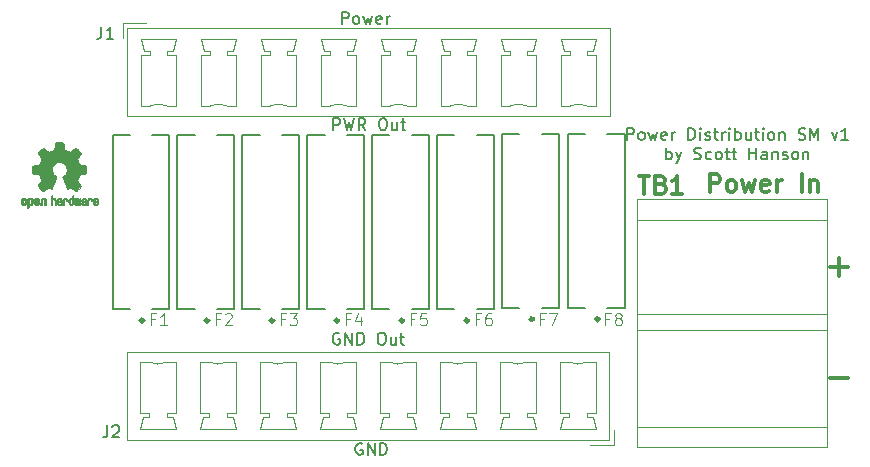
<source format=gbr>
%TF.GenerationSoftware,KiCad,Pcbnew,(5.1.9)-1*%
%TF.CreationDate,2021-03-28T23:44:40-04:00*%
%TF.ProjectId,Power_Distribution,506f7765-725f-4446-9973-747269627574,v1*%
%TF.SameCoordinates,Original*%
%TF.FileFunction,Legend,Top*%
%TF.FilePolarity,Positive*%
%FSLAX46Y46*%
G04 Gerber Fmt 4.6, Leading zero omitted, Abs format (unit mm)*
G04 Created by KiCad (PCBNEW (5.1.9)-1) date 2021-03-28 23:44:40*
%MOMM*%
%LPD*%
G01*
G04 APERTURE LIST*
%ADD10C,0.150000*%
%ADD11C,0.300000*%
%ADD12C,0.010000*%
%ADD13C,0.127000*%
%ADD14C,0.120000*%
%ADD15C,0.050000*%
G04 APERTURE END LIST*
D10*
X143166666Y-90027380D02*
X143166666Y-89027380D01*
X143547619Y-89027380D01*
X143642857Y-89075000D01*
X143690476Y-89122619D01*
X143738095Y-89217857D01*
X143738095Y-89360714D01*
X143690476Y-89455952D01*
X143642857Y-89503571D01*
X143547619Y-89551190D01*
X143166666Y-89551190D01*
X144309523Y-90027380D02*
X144214285Y-89979761D01*
X144166666Y-89932142D01*
X144119047Y-89836904D01*
X144119047Y-89551190D01*
X144166666Y-89455952D01*
X144214285Y-89408333D01*
X144309523Y-89360714D01*
X144452380Y-89360714D01*
X144547619Y-89408333D01*
X144595238Y-89455952D01*
X144642857Y-89551190D01*
X144642857Y-89836904D01*
X144595238Y-89932142D01*
X144547619Y-89979761D01*
X144452380Y-90027380D01*
X144309523Y-90027380D01*
X144976190Y-89360714D02*
X145166666Y-90027380D01*
X145357142Y-89551190D01*
X145547619Y-90027380D01*
X145738095Y-89360714D01*
X146500000Y-89979761D02*
X146404761Y-90027380D01*
X146214285Y-90027380D01*
X146119047Y-89979761D01*
X146071428Y-89884523D01*
X146071428Y-89503571D01*
X146119047Y-89408333D01*
X146214285Y-89360714D01*
X146404761Y-89360714D01*
X146500000Y-89408333D01*
X146547619Y-89503571D01*
X146547619Y-89598809D01*
X146071428Y-89694047D01*
X146976190Y-90027380D02*
X146976190Y-89360714D01*
X146976190Y-89551190D02*
X147023809Y-89455952D01*
X147071428Y-89408333D01*
X147166666Y-89360714D01*
X147261904Y-89360714D01*
X148357142Y-90027380D02*
X148357142Y-89027380D01*
X148595238Y-89027380D01*
X148738095Y-89075000D01*
X148833333Y-89170238D01*
X148880952Y-89265476D01*
X148928571Y-89455952D01*
X148928571Y-89598809D01*
X148880952Y-89789285D01*
X148833333Y-89884523D01*
X148738095Y-89979761D01*
X148595238Y-90027380D01*
X148357142Y-90027380D01*
X149357142Y-90027380D02*
X149357142Y-89360714D01*
X149357142Y-89027380D02*
X149309523Y-89075000D01*
X149357142Y-89122619D01*
X149404761Y-89075000D01*
X149357142Y-89027380D01*
X149357142Y-89122619D01*
X149785714Y-89979761D02*
X149880952Y-90027380D01*
X150071428Y-90027380D01*
X150166666Y-89979761D01*
X150214285Y-89884523D01*
X150214285Y-89836904D01*
X150166666Y-89741666D01*
X150071428Y-89694047D01*
X149928571Y-89694047D01*
X149833333Y-89646428D01*
X149785714Y-89551190D01*
X149785714Y-89503571D01*
X149833333Y-89408333D01*
X149928571Y-89360714D01*
X150071428Y-89360714D01*
X150166666Y-89408333D01*
X150500000Y-89360714D02*
X150880952Y-89360714D01*
X150642857Y-89027380D02*
X150642857Y-89884523D01*
X150690476Y-89979761D01*
X150785714Y-90027380D01*
X150880952Y-90027380D01*
X151214285Y-90027380D02*
X151214285Y-89360714D01*
X151214285Y-89551190D02*
X151261904Y-89455952D01*
X151309523Y-89408333D01*
X151404761Y-89360714D01*
X151500000Y-89360714D01*
X151833333Y-90027380D02*
X151833333Y-89360714D01*
X151833333Y-89027380D02*
X151785714Y-89075000D01*
X151833333Y-89122619D01*
X151880952Y-89075000D01*
X151833333Y-89027380D01*
X151833333Y-89122619D01*
X152309523Y-90027380D02*
X152309523Y-89027380D01*
X152309523Y-89408333D02*
X152404761Y-89360714D01*
X152595238Y-89360714D01*
X152690476Y-89408333D01*
X152738095Y-89455952D01*
X152785714Y-89551190D01*
X152785714Y-89836904D01*
X152738095Y-89932142D01*
X152690476Y-89979761D01*
X152595238Y-90027380D01*
X152404761Y-90027380D01*
X152309523Y-89979761D01*
X153642857Y-89360714D02*
X153642857Y-90027380D01*
X153214285Y-89360714D02*
X153214285Y-89884523D01*
X153261904Y-89979761D01*
X153357142Y-90027380D01*
X153500000Y-90027380D01*
X153595238Y-89979761D01*
X153642857Y-89932142D01*
X153976190Y-89360714D02*
X154357142Y-89360714D01*
X154119047Y-89027380D02*
X154119047Y-89884523D01*
X154166666Y-89979761D01*
X154261904Y-90027380D01*
X154357142Y-90027380D01*
X154690476Y-90027380D02*
X154690476Y-89360714D01*
X154690476Y-89027380D02*
X154642857Y-89075000D01*
X154690476Y-89122619D01*
X154738095Y-89075000D01*
X154690476Y-89027380D01*
X154690476Y-89122619D01*
X155309523Y-90027380D02*
X155214285Y-89979761D01*
X155166666Y-89932142D01*
X155119047Y-89836904D01*
X155119047Y-89551190D01*
X155166666Y-89455952D01*
X155214285Y-89408333D01*
X155309523Y-89360714D01*
X155452380Y-89360714D01*
X155547619Y-89408333D01*
X155595238Y-89455952D01*
X155642857Y-89551190D01*
X155642857Y-89836904D01*
X155595238Y-89932142D01*
X155547619Y-89979761D01*
X155452380Y-90027380D01*
X155309523Y-90027380D01*
X156071428Y-89360714D02*
X156071428Y-90027380D01*
X156071428Y-89455952D02*
X156119047Y-89408333D01*
X156214285Y-89360714D01*
X156357142Y-89360714D01*
X156452380Y-89408333D01*
X156500000Y-89503571D01*
X156500000Y-90027380D01*
X157690476Y-89979761D02*
X157833333Y-90027380D01*
X158071428Y-90027380D01*
X158166666Y-89979761D01*
X158214285Y-89932142D01*
X158261904Y-89836904D01*
X158261904Y-89741666D01*
X158214285Y-89646428D01*
X158166666Y-89598809D01*
X158071428Y-89551190D01*
X157880952Y-89503571D01*
X157785714Y-89455952D01*
X157738095Y-89408333D01*
X157690476Y-89313095D01*
X157690476Y-89217857D01*
X157738095Y-89122619D01*
X157785714Y-89075000D01*
X157880952Y-89027380D01*
X158119047Y-89027380D01*
X158261904Y-89075000D01*
X158690476Y-90027380D02*
X158690476Y-89027380D01*
X159023809Y-89741666D01*
X159357142Y-89027380D01*
X159357142Y-90027380D01*
X160500000Y-89360714D02*
X160738095Y-90027380D01*
X160976190Y-89360714D01*
X161880952Y-90027380D02*
X161309523Y-90027380D01*
X161595238Y-90027380D02*
X161595238Y-89027380D01*
X161500000Y-89170238D01*
X161404761Y-89265476D01*
X161309523Y-89313095D01*
X146476190Y-91677380D02*
X146476190Y-90677380D01*
X146476190Y-91058333D02*
X146571428Y-91010714D01*
X146761904Y-91010714D01*
X146857142Y-91058333D01*
X146904761Y-91105952D01*
X146952380Y-91201190D01*
X146952380Y-91486904D01*
X146904761Y-91582142D01*
X146857142Y-91629761D01*
X146761904Y-91677380D01*
X146571428Y-91677380D01*
X146476190Y-91629761D01*
X147285714Y-91010714D02*
X147523809Y-91677380D01*
X147761904Y-91010714D02*
X147523809Y-91677380D01*
X147428571Y-91915476D01*
X147380952Y-91963095D01*
X147285714Y-92010714D01*
X148857142Y-91629761D02*
X149000000Y-91677380D01*
X149238095Y-91677380D01*
X149333333Y-91629761D01*
X149380952Y-91582142D01*
X149428571Y-91486904D01*
X149428571Y-91391666D01*
X149380952Y-91296428D01*
X149333333Y-91248809D01*
X149238095Y-91201190D01*
X149047619Y-91153571D01*
X148952380Y-91105952D01*
X148904761Y-91058333D01*
X148857142Y-90963095D01*
X148857142Y-90867857D01*
X148904761Y-90772619D01*
X148952380Y-90725000D01*
X149047619Y-90677380D01*
X149285714Y-90677380D01*
X149428571Y-90725000D01*
X150285714Y-91629761D02*
X150190476Y-91677380D01*
X150000000Y-91677380D01*
X149904761Y-91629761D01*
X149857142Y-91582142D01*
X149809523Y-91486904D01*
X149809523Y-91201190D01*
X149857142Y-91105952D01*
X149904761Y-91058333D01*
X150000000Y-91010714D01*
X150190476Y-91010714D01*
X150285714Y-91058333D01*
X150857142Y-91677380D02*
X150761904Y-91629761D01*
X150714285Y-91582142D01*
X150666666Y-91486904D01*
X150666666Y-91201190D01*
X150714285Y-91105952D01*
X150761904Y-91058333D01*
X150857142Y-91010714D01*
X151000000Y-91010714D01*
X151095238Y-91058333D01*
X151142857Y-91105952D01*
X151190476Y-91201190D01*
X151190476Y-91486904D01*
X151142857Y-91582142D01*
X151095238Y-91629761D01*
X151000000Y-91677380D01*
X150857142Y-91677380D01*
X151476190Y-91010714D02*
X151857142Y-91010714D01*
X151619047Y-90677380D02*
X151619047Y-91534523D01*
X151666666Y-91629761D01*
X151761904Y-91677380D01*
X151857142Y-91677380D01*
X152047619Y-91010714D02*
X152428571Y-91010714D01*
X152190476Y-90677380D02*
X152190476Y-91534523D01*
X152238095Y-91629761D01*
X152333333Y-91677380D01*
X152428571Y-91677380D01*
X153523809Y-91677380D02*
X153523809Y-90677380D01*
X153523809Y-91153571D02*
X154095238Y-91153571D01*
X154095238Y-91677380D02*
X154095238Y-90677380D01*
X155000000Y-91677380D02*
X155000000Y-91153571D01*
X154952380Y-91058333D01*
X154857142Y-91010714D01*
X154666666Y-91010714D01*
X154571428Y-91058333D01*
X155000000Y-91629761D02*
X154904761Y-91677380D01*
X154666666Y-91677380D01*
X154571428Y-91629761D01*
X154523809Y-91534523D01*
X154523809Y-91439285D01*
X154571428Y-91344047D01*
X154666666Y-91296428D01*
X154904761Y-91296428D01*
X155000000Y-91248809D01*
X155476190Y-91010714D02*
X155476190Y-91677380D01*
X155476190Y-91105952D02*
X155523809Y-91058333D01*
X155619047Y-91010714D01*
X155761904Y-91010714D01*
X155857142Y-91058333D01*
X155904761Y-91153571D01*
X155904761Y-91677380D01*
X156333333Y-91629761D02*
X156428571Y-91677380D01*
X156619047Y-91677380D01*
X156714285Y-91629761D01*
X156761904Y-91534523D01*
X156761904Y-91486904D01*
X156714285Y-91391666D01*
X156619047Y-91344047D01*
X156476190Y-91344047D01*
X156380952Y-91296428D01*
X156333333Y-91201190D01*
X156333333Y-91153571D01*
X156380952Y-91058333D01*
X156476190Y-91010714D01*
X156619047Y-91010714D01*
X156714285Y-91058333D01*
X157333333Y-91677380D02*
X157238095Y-91629761D01*
X157190476Y-91582142D01*
X157142857Y-91486904D01*
X157142857Y-91201190D01*
X157190476Y-91105952D01*
X157238095Y-91058333D01*
X157333333Y-91010714D01*
X157476190Y-91010714D01*
X157571428Y-91058333D01*
X157619047Y-91105952D01*
X157666666Y-91201190D01*
X157666666Y-91486904D01*
X157619047Y-91582142D01*
X157571428Y-91629761D01*
X157476190Y-91677380D01*
X157333333Y-91677380D01*
X158095238Y-91010714D02*
X158095238Y-91677380D01*
X158095238Y-91105952D02*
X158142857Y-91058333D01*
X158238095Y-91010714D01*
X158380952Y-91010714D01*
X158476190Y-91058333D01*
X158523809Y-91153571D01*
X158523809Y-91677380D01*
D11*
X160338095Y-100757142D02*
X161861904Y-100757142D01*
X161100000Y-99995238D02*
X161100000Y-101519047D01*
X160338095Y-110142857D02*
X161861904Y-110142857D01*
D10*
X119023809Y-80202380D02*
X119023809Y-79202380D01*
X119404761Y-79202380D01*
X119500000Y-79250000D01*
X119547619Y-79297619D01*
X119595238Y-79392857D01*
X119595238Y-79535714D01*
X119547619Y-79630952D01*
X119500000Y-79678571D01*
X119404761Y-79726190D01*
X119023809Y-79726190D01*
X120166666Y-80202380D02*
X120071428Y-80154761D01*
X120023809Y-80107142D01*
X119976190Y-80011904D01*
X119976190Y-79726190D01*
X120023809Y-79630952D01*
X120071428Y-79583333D01*
X120166666Y-79535714D01*
X120309523Y-79535714D01*
X120404761Y-79583333D01*
X120452380Y-79630952D01*
X120500000Y-79726190D01*
X120500000Y-80011904D01*
X120452380Y-80107142D01*
X120404761Y-80154761D01*
X120309523Y-80202380D01*
X120166666Y-80202380D01*
X120833333Y-79535714D02*
X121023809Y-80202380D01*
X121214285Y-79726190D01*
X121404761Y-80202380D01*
X121595238Y-79535714D01*
X122357142Y-80154761D02*
X122261904Y-80202380D01*
X122071428Y-80202380D01*
X121976190Y-80154761D01*
X121928571Y-80059523D01*
X121928571Y-79678571D01*
X121976190Y-79583333D01*
X122071428Y-79535714D01*
X122261904Y-79535714D01*
X122357142Y-79583333D01*
X122404761Y-79678571D01*
X122404761Y-79773809D01*
X121928571Y-79869047D01*
X122833333Y-80202380D02*
X122833333Y-79535714D01*
X122833333Y-79726190D02*
X122880952Y-79630952D01*
X122928571Y-79583333D01*
X123023809Y-79535714D01*
X123119047Y-79535714D01*
X120738095Y-115750000D02*
X120642857Y-115702380D01*
X120500000Y-115702380D01*
X120357142Y-115750000D01*
X120261904Y-115845238D01*
X120214285Y-115940476D01*
X120166666Y-116130952D01*
X120166666Y-116273809D01*
X120214285Y-116464285D01*
X120261904Y-116559523D01*
X120357142Y-116654761D01*
X120500000Y-116702380D01*
X120595238Y-116702380D01*
X120738095Y-116654761D01*
X120785714Y-116607142D01*
X120785714Y-116273809D01*
X120595238Y-116273809D01*
X121214285Y-116702380D02*
X121214285Y-115702380D01*
X121785714Y-116702380D01*
X121785714Y-115702380D01*
X122261904Y-116702380D02*
X122261904Y-115702380D01*
X122500000Y-115702380D01*
X122642857Y-115750000D01*
X122738095Y-115845238D01*
X122785714Y-115940476D01*
X122833333Y-116130952D01*
X122833333Y-116273809D01*
X122785714Y-116464285D01*
X122738095Y-116559523D01*
X122642857Y-116654761D01*
X122500000Y-116702380D01*
X122261904Y-116702380D01*
D12*
%TO.C,REF\u002A\u002A*%
G36*
X95203910Y-90242348D02*
G01*
X95282454Y-90242778D01*
X95339298Y-90243942D01*
X95378105Y-90246207D01*
X95402538Y-90249940D01*
X95416262Y-90255506D01*
X95422940Y-90263273D01*
X95426236Y-90273605D01*
X95426556Y-90274943D01*
X95431562Y-90299079D01*
X95440829Y-90346701D01*
X95453392Y-90412741D01*
X95468287Y-90492128D01*
X95484551Y-90579796D01*
X95485119Y-90582875D01*
X95501410Y-90668789D01*
X95516652Y-90744696D01*
X95529861Y-90806045D01*
X95540054Y-90848282D01*
X95546248Y-90866855D01*
X95546543Y-90867184D01*
X95564788Y-90876253D01*
X95602405Y-90891367D01*
X95651271Y-90909262D01*
X95651543Y-90909358D01*
X95713093Y-90932493D01*
X95785657Y-90961965D01*
X95854057Y-90991597D01*
X95857294Y-90993062D01*
X95968702Y-91043626D01*
X96215399Y-90875160D01*
X96291077Y-90823803D01*
X96359631Y-90777889D01*
X96417088Y-90740030D01*
X96459476Y-90712837D01*
X96482825Y-90698921D01*
X96485042Y-90697889D01*
X96502010Y-90702484D01*
X96533701Y-90724655D01*
X96581352Y-90765447D01*
X96646198Y-90825905D01*
X96712397Y-90890227D01*
X96776214Y-90953612D01*
X96833329Y-91011451D01*
X96880305Y-91060175D01*
X96913703Y-91096210D01*
X96930085Y-91115984D01*
X96930694Y-91117002D01*
X96932505Y-91130572D01*
X96925683Y-91152733D01*
X96908540Y-91186478D01*
X96879393Y-91234800D01*
X96836555Y-91300692D01*
X96779448Y-91385517D01*
X96728766Y-91460177D01*
X96683461Y-91527140D01*
X96646150Y-91582516D01*
X96619452Y-91622420D01*
X96605985Y-91642962D01*
X96605137Y-91644356D01*
X96606781Y-91664038D01*
X96619245Y-91702293D01*
X96640048Y-91751889D01*
X96647462Y-91767728D01*
X96679814Y-91838290D01*
X96714328Y-91918353D01*
X96742365Y-91987629D01*
X96762568Y-92039045D01*
X96778615Y-92078119D01*
X96787888Y-92098541D01*
X96789041Y-92100114D01*
X96806096Y-92102721D01*
X96846298Y-92109863D01*
X96904302Y-92120523D01*
X96974763Y-92133685D01*
X97052335Y-92148333D01*
X97131672Y-92163449D01*
X97207431Y-92178018D01*
X97274264Y-92191022D01*
X97326828Y-92201445D01*
X97359776Y-92208270D01*
X97367857Y-92210199D01*
X97376205Y-92214962D01*
X97382506Y-92225718D01*
X97387045Y-92246098D01*
X97390104Y-92279734D01*
X97391967Y-92330255D01*
X97392918Y-92401292D01*
X97393240Y-92496476D01*
X97393257Y-92535492D01*
X97393257Y-92852799D01*
X97317057Y-92867839D01*
X97274663Y-92875995D01*
X97211400Y-92887899D01*
X97134962Y-92902116D01*
X97053043Y-92917210D01*
X97030400Y-92921355D01*
X96954806Y-92936053D01*
X96888953Y-92950505D01*
X96838366Y-92963375D01*
X96808574Y-92973322D01*
X96803612Y-92976287D01*
X96791426Y-92997283D01*
X96773953Y-93037967D01*
X96754577Y-93090322D01*
X96750734Y-93101600D01*
X96725339Y-93171523D01*
X96693817Y-93250418D01*
X96662969Y-93321266D01*
X96662817Y-93321595D01*
X96611447Y-93432733D01*
X96780399Y-93681253D01*
X96949352Y-93929772D01*
X96732429Y-94147058D01*
X96666819Y-94211726D01*
X96606979Y-94268733D01*
X96556267Y-94315033D01*
X96518046Y-94347584D01*
X96495675Y-94363343D01*
X96492466Y-94364343D01*
X96473626Y-94356469D01*
X96435180Y-94334578D01*
X96381330Y-94301267D01*
X96316276Y-94259131D01*
X96245940Y-94211943D01*
X96174555Y-94163810D01*
X96110908Y-94121928D01*
X96059041Y-94088871D01*
X96022995Y-94067218D01*
X96006867Y-94059543D01*
X95987189Y-94066037D01*
X95949875Y-94083150D01*
X95902621Y-94107326D01*
X95897612Y-94110013D01*
X95833977Y-94141927D01*
X95790341Y-94157579D01*
X95763202Y-94157745D01*
X95749057Y-94143204D01*
X95748975Y-94143000D01*
X95741905Y-94125779D01*
X95725042Y-94084899D01*
X95699695Y-94023525D01*
X95667171Y-93944819D01*
X95628778Y-93851947D01*
X95585822Y-93748072D01*
X95544222Y-93647502D01*
X95498504Y-93536516D01*
X95456526Y-93433703D01*
X95419548Y-93342215D01*
X95388827Y-93265201D01*
X95365622Y-93205815D01*
X95351190Y-93167209D01*
X95346743Y-93152800D01*
X95357896Y-93136272D01*
X95387069Y-93109930D01*
X95425971Y-93080887D01*
X95536757Y-92989039D01*
X95623351Y-92883759D01*
X95684716Y-92767266D01*
X95719815Y-92641776D01*
X95727608Y-92509507D01*
X95721943Y-92448457D01*
X95691078Y-92321795D01*
X95637920Y-92209941D01*
X95565767Y-92114001D01*
X95477917Y-92035076D01*
X95377665Y-91974270D01*
X95268310Y-91932687D01*
X95153147Y-91911428D01*
X95035475Y-91911599D01*
X94918590Y-91934301D01*
X94805789Y-91980638D01*
X94700369Y-92051713D01*
X94656368Y-92091911D01*
X94571979Y-92195129D01*
X94513222Y-92307925D01*
X94479704Y-92427010D01*
X94471035Y-92549095D01*
X94486823Y-92670893D01*
X94526678Y-92789116D01*
X94590207Y-92900475D01*
X94677021Y-93001684D01*
X94774029Y-93080887D01*
X94814437Y-93111162D01*
X94842982Y-93137219D01*
X94853257Y-93152825D01*
X94847877Y-93169843D01*
X94832575Y-93210500D01*
X94808612Y-93271642D01*
X94777244Y-93350119D01*
X94739732Y-93442780D01*
X94697333Y-93546472D01*
X94655663Y-93647526D01*
X94609690Y-93758607D01*
X94567107Y-93861541D01*
X94529221Y-93953165D01*
X94497340Y-94030316D01*
X94472771Y-94089831D01*
X94456820Y-94128544D01*
X94450910Y-94143000D01*
X94436948Y-94157685D01*
X94409940Y-94157642D01*
X94366413Y-94142099D01*
X94302890Y-94110284D01*
X94302388Y-94110013D01*
X94254560Y-94085323D01*
X94215897Y-94067338D01*
X94194095Y-94059614D01*
X94193133Y-94059543D01*
X94176721Y-94067378D01*
X94140487Y-94089165D01*
X94088474Y-94122328D01*
X94024725Y-94164291D01*
X93954060Y-94211943D01*
X93882116Y-94260191D01*
X93817274Y-94302151D01*
X93763735Y-94335227D01*
X93725697Y-94356821D01*
X93707533Y-94364343D01*
X93690808Y-94354457D01*
X93657180Y-94326826D01*
X93610010Y-94284495D01*
X93552658Y-94230505D01*
X93488484Y-94167899D01*
X93467497Y-94146983D01*
X93250499Y-93929623D01*
X93415668Y-93687220D01*
X93465864Y-93612781D01*
X93509919Y-93545972D01*
X93545362Y-93490665D01*
X93569719Y-93450729D01*
X93580522Y-93430036D01*
X93580838Y-93428563D01*
X93575143Y-93409058D01*
X93559826Y-93369822D01*
X93537537Y-93317430D01*
X93521893Y-93282355D01*
X93492641Y-93215201D01*
X93465094Y-93147358D01*
X93443737Y-93090034D01*
X93437935Y-93072572D01*
X93421452Y-93025938D01*
X93405340Y-92989905D01*
X93396490Y-92976287D01*
X93376960Y-92967952D01*
X93334334Y-92956137D01*
X93274145Y-92942181D01*
X93201922Y-92927422D01*
X93169600Y-92921355D01*
X93087522Y-92906273D01*
X93008795Y-92891669D01*
X92941109Y-92878980D01*
X92892160Y-92869642D01*
X92882943Y-92867839D01*
X92806743Y-92852799D01*
X92806743Y-92535492D01*
X92806914Y-92431154D01*
X92807616Y-92352213D01*
X92809134Y-92295038D01*
X92811749Y-92255999D01*
X92815746Y-92231465D01*
X92821409Y-92217805D01*
X92829020Y-92211389D01*
X92832143Y-92210199D01*
X92850978Y-92205980D01*
X92892588Y-92197562D01*
X92951630Y-92185961D01*
X93022757Y-92172195D01*
X93100625Y-92157280D01*
X93179887Y-92142232D01*
X93255198Y-92128069D01*
X93321213Y-92115806D01*
X93372587Y-92106461D01*
X93403975Y-92101050D01*
X93410959Y-92100114D01*
X93417285Y-92087596D01*
X93431290Y-92054246D01*
X93450355Y-92006377D01*
X93457634Y-91987629D01*
X93486996Y-91915195D01*
X93521571Y-91835170D01*
X93552537Y-91767728D01*
X93575323Y-91716159D01*
X93590482Y-91673785D01*
X93595542Y-91647834D01*
X93594736Y-91644356D01*
X93584041Y-91627936D01*
X93559620Y-91591417D01*
X93524095Y-91538687D01*
X93480087Y-91473635D01*
X93430217Y-91400151D01*
X93420356Y-91385645D01*
X93362492Y-91299704D01*
X93319956Y-91234261D01*
X93291054Y-91186304D01*
X93274090Y-91152820D01*
X93267367Y-91130795D01*
X93269190Y-91117217D01*
X93269236Y-91117131D01*
X93283586Y-91099297D01*
X93315323Y-91064817D01*
X93361010Y-91017268D01*
X93417204Y-90960222D01*
X93480468Y-90897255D01*
X93487602Y-90890227D01*
X93567330Y-90813020D01*
X93628857Y-90756330D01*
X93673421Y-90719110D01*
X93702257Y-90700315D01*
X93714958Y-90697889D01*
X93733494Y-90708471D01*
X93771961Y-90732916D01*
X93826386Y-90768612D01*
X93892798Y-90812947D01*
X93967225Y-90863311D01*
X93984601Y-90875160D01*
X94231297Y-91043626D01*
X94342706Y-90993062D01*
X94410457Y-90963595D01*
X94483183Y-90933959D01*
X94545703Y-90910330D01*
X94548457Y-90909358D01*
X94597360Y-90891457D01*
X94635057Y-90876320D01*
X94653425Y-90867210D01*
X94653456Y-90867184D01*
X94659285Y-90850717D01*
X94669192Y-90810219D01*
X94682195Y-90750242D01*
X94697309Y-90675340D01*
X94713552Y-90590064D01*
X94714881Y-90582875D01*
X94731175Y-90495014D01*
X94746133Y-90415260D01*
X94758791Y-90348681D01*
X94768186Y-90300347D01*
X94773354Y-90275325D01*
X94773444Y-90274943D01*
X94776589Y-90264299D01*
X94782704Y-90256262D01*
X94795453Y-90250467D01*
X94818500Y-90246547D01*
X94855509Y-90244135D01*
X94910144Y-90242865D01*
X94986067Y-90242371D01*
X95086944Y-90242286D01*
X95100000Y-90242286D01*
X95203910Y-90242348D01*
G37*
X95203910Y-90242348D02*
X95282454Y-90242778D01*
X95339298Y-90243942D01*
X95378105Y-90246207D01*
X95402538Y-90249940D01*
X95416262Y-90255506D01*
X95422940Y-90263273D01*
X95426236Y-90273605D01*
X95426556Y-90274943D01*
X95431562Y-90299079D01*
X95440829Y-90346701D01*
X95453392Y-90412741D01*
X95468287Y-90492128D01*
X95484551Y-90579796D01*
X95485119Y-90582875D01*
X95501410Y-90668789D01*
X95516652Y-90744696D01*
X95529861Y-90806045D01*
X95540054Y-90848282D01*
X95546248Y-90866855D01*
X95546543Y-90867184D01*
X95564788Y-90876253D01*
X95602405Y-90891367D01*
X95651271Y-90909262D01*
X95651543Y-90909358D01*
X95713093Y-90932493D01*
X95785657Y-90961965D01*
X95854057Y-90991597D01*
X95857294Y-90993062D01*
X95968702Y-91043626D01*
X96215399Y-90875160D01*
X96291077Y-90823803D01*
X96359631Y-90777889D01*
X96417088Y-90740030D01*
X96459476Y-90712837D01*
X96482825Y-90698921D01*
X96485042Y-90697889D01*
X96502010Y-90702484D01*
X96533701Y-90724655D01*
X96581352Y-90765447D01*
X96646198Y-90825905D01*
X96712397Y-90890227D01*
X96776214Y-90953612D01*
X96833329Y-91011451D01*
X96880305Y-91060175D01*
X96913703Y-91096210D01*
X96930085Y-91115984D01*
X96930694Y-91117002D01*
X96932505Y-91130572D01*
X96925683Y-91152733D01*
X96908540Y-91186478D01*
X96879393Y-91234800D01*
X96836555Y-91300692D01*
X96779448Y-91385517D01*
X96728766Y-91460177D01*
X96683461Y-91527140D01*
X96646150Y-91582516D01*
X96619452Y-91622420D01*
X96605985Y-91642962D01*
X96605137Y-91644356D01*
X96606781Y-91664038D01*
X96619245Y-91702293D01*
X96640048Y-91751889D01*
X96647462Y-91767728D01*
X96679814Y-91838290D01*
X96714328Y-91918353D01*
X96742365Y-91987629D01*
X96762568Y-92039045D01*
X96778615Y-92078119D01*
X96787888Y-92098541D01*
X96789041Y-92100114D01*
X96806096Y-92102721D01*
X96846298Y-92109863D01*
X96904302Y-92120523D01*
X96974763Y-92133685D01*
X97052335Y-92148333D01*
X97131672Y-92163449D01*
X97207431Y-92178018D01*
X97274264Y-92191022D01*
X97326828Y-92201445D01*
X97359776Y-92208270D01*
X97367857Y-92210199D01*
X97376205Y-92214962D01*
X97382506Y-92225718D01*
X97387045Y-92246098D01*
X97390104Y-92279734D01*
X97391967Y-92330255D01*
X97392918Y-92401292D01*
X97393240Y-92496476D01*
X97393257Y-92535492D01*
X97393257Y-92852799D01*
X97317057Y-92867839D01*
X97274663Y-92875995D01*
X97211400Y-92887899D01*
X97134962Y-92902116D01*
X97053043Y-92917210D01*
X97030400Y-92921355D01*
X96954806Y-92936053D01*
X96888953Y-92950505D01*
X96838366Y-92963375D01*
X96808574Y-92973322D01*
X96803612Y-92976287D01*
X96791426Y-92997283D01*
X96773953Y-93037967D01*
X96754577Y-93090322D01*
X96750734Y-93101600D01*
X96725339Y-93171523D01*
X96693817Y-93250418D01*
X96662969Y-93321266D01*
X96662817Y-93321595D01*
X96611447Y-93432733D01*
X96780399Y-93681253D01*
X96949352Y-93929772D01*
X96732429Y-94147058D01*
X96666819Y-94211726D01*
X96606979Y-94268733D01*
X96556267Y-94315033D01*
X96518046Y-94347584D01*
X96495675Y-94363343D01*
X96492466Y-94364343D01*
X96473626Y-94356469D01*
X96435180Y-94334578D01*
X96381330Y-94301267D01*
X96316276Y-94259131D01*
X96245940Y-94211943D01*
X96174555Y-94163810D01*
X96110908Y-94121928D01*
X96059041Y-94088871D01*
X96022995Y-94067218D01*
X96006867Y-94059543D01*
X95987189Y-94066037D01*
X95949875Y-94083150D01*
X95902621Y-94107326D01*
X95897612Y-94110013D01*
X95833977Y-94141927D01*
X95790341Y-94157579D01*
X95763202Y-94157745D01*
X95749057Y-94143204D01*
X95748975Y-94143000D01*
X95741905Y-94125779D01*
X95725042Y-94084899D01*
X95699695Y-94023525D01*
X95667171Y-93944819D01*
X95628778Y-93851947D01*
X95585822Y-93748072D01*
X95544222Y-93647502D01*
X95498504Y-93536516D01*
X95456526Y-93433703D01*
X95419548Y-93342215D01*
X95388827Y-93265201D01*
X95365622Y-93205815D01*
X95351190Y-93167209D01*
X95346743Y-93152800D01*
X95357896Y-93136272D01*
X95387069Y-93109930D01*
X95425971Y-93080887D01*
X95536757Y-92989039D01*
X95623351Y-92883759D01*
X95684716Y-92767266D01*
X95719815Y-92641776D01*
X95727608Y-92509507D01*
X95721943Y-92448457D01*
X95691078Y-92321795D01*
X95637920Y-92209941D01*
X95565767Y-92114001D01*
X95477917Y-92035076D01*
X95377665Y-91974270D01*
X95268310Y-91932687D01*
X95153147Y-91911428D01*
X95035475Y-91911599D01*
X94918590Y-91934301D01*
X94805789Y-91980638D01*
X94700369Y-92051713D01*
X94656368Y-92091911D01*
X94571979Y-92195129D01*
X94513222Y-92307925D01*
X94479704Y-92427010D01*
X94471035Y-92549095D01*
X94486823Y-92670893D01*
X94526678Y-92789116D01*
X94590207Y-92900475D01*
X94677021Y-93001684D01*
X94774029Y-93080887D01*
X94814437Y-93111162D01*
X94842982Y-93137219D01*
X94853257Y-93152825D01*
X94847877Y-93169843D01*
X94832575Y-93210500D01*
X94808612Y-93271642D01*
X94777244Y-93350119D01*
X94739732Y-93442780D01*
X94697333Y-93546472D01*
X94655663Y-93647526D01*
X94609690Y-93758607D01*
X94567107Y-93861541D01*
X94529221Y-93953165D01*
X94497340Y-94030316D01*
X94472771Y-94089831D01*
X94456820Y-94128544D01*
X94450910Y-94143000D01*
X94436948Y-94157685D01*
X94409940Y-94157642D01*
X94366413Y-94142099D01*
X94302890Y-94110284D01*
X94302388Y-94110013D01*
X94254560Y-94085323D01*
X94215897Y-94067338D01*
X94194095Y-94059614D01*
X94193133Y-94059543D01*
X94176721Y-94067378D01*
X94140487Y-94089165D01*
X94088474Y-94122328D01*
X94024725Y-94164291D01*
X93954060Y-94211943D01*
X93882116Y-94260191D01*
X93817274Y-94302151D01*
X93763735Y-94335227D01*
X93725697Y-94356821D01*
X93707533Y-94364343D01*
X93690808Y-94354457D01*
X93657180Y-94326826D01*
X93610010Y-94284495D01*
X93552658Y-94230505D01*
X93488484Y-94167899D01*
X93467497Y-94146983D01*
X93250499Y-93929623D01*
X93415668Y-93687220D01*
X93465864Y-93612781D01*
X93509919Y-93545972D01*
X93545362Y-93490665D01*
X93569719Y-93450729D01*
X93580522Y-93430036D01*
X93580838Y-93428563D01*
X93575143Y-93409058D01*
X93559826Y-93369822D01*
X93537537Y-93317430D01*
X93521893Y-93282355D01*
X93492641Y-93215201D01*
X93465094Y-93147358D01*
X93443737Y-93090034D01*
X93437935Y-93072572D01*
X93421452Y-93025938D01*
X93405340Y-92989905D01*
X93396490Y-92976287D01*
X93376960Y-92967952D01*
X93334334Y-92956137D01*
X93274145Y-92942181D01*
X93201922Y-92927422D01*
X93169600Y-92921355D01*
X93087522Y-92906273D01*
X93008795Y-92891669D01*
X92941109Y-92878980D01*
X92892160Y-92869642D01*
X92882943Y-92867839D01*
X92806743Y-92852799D01*
X92806743Y-92535492D01*
X92806914Y-92431154D01*
X92807616Y-92352213D01*
X92809134Y-92295038D01*
X92811749Y-92255999D01*
X92815746Y-92231465D01*
X92821409Y-92217805D01*
X92829020Y-92211389D01*
X92832143Y-92210199D01*
X92850978Y-92205980D01*
X92892588Y-92197562D01*
X92951630Y-92185961D01*
X93022757Y-92172195D01*
X93100625Y-92157280D01*
X93179887Y-92142232D01*
X93255198Y-92128069D01*
X93321213Y-92115806D01*
X93372587Y-92106461D01*
X93403975Y-92101050D01*
X93410959Y-92100114D01*
X93417285Y-92087596D01*
X93431290Y-92054246D01*
X93450355Y-92006377D01*
X93457634Y-91987629D01*
X93486996Y-91915195D01*
X93521571Y-91835170D01*
X93552537Y-91767728D01*
X93575323Y-91716159D01*
X93590482Y-91673785D01*
X93595542Y-91647834D01*
X93594736Y-91644356D01*
X93584041Y-91627936D01*
X93559620Y-91591417D01*
X93524095Y-91538687D01*
X93480087Y-91473635D01*
X93430217Y-91400151D01*
X93420356Y-91385645D01*
X93362492Y-91299704D01*
X93319956Y-91234261D01*
X93291054Y-91186304D01*
X93274090Y-91152820D01*
X93267367Y-91130795D01*
X93269190Y-91117217D01*
X93269236Y-91117131D01*
X93283586Y-91099297D01*
X93315323Y-91064817D01*
X93361010Y-91017268D01*
X93417204Y-90960222D01*
X93480468Y-90897255D01*
X93487602Y-90890227D01*
X93567330Y-90813020D01*
X93628857Y-90756330D01*
X93673421Y-90719110D01*
X93702257Y-90700315D01*
X93714958Y-90697889D01*
X93733494Y-90708471D01*
X93771961Y-90732916D01*
X93826386Y-90768612D01*
X93892798Y-90812947D01*
X93967225Y-90863311D01*
X93984601Y-90875160D01*
X94231297Y-91043626D01*
X94342706Y-90993062D01*
X94410457Y-90963595D01*
X94483183Y-90933959D01*
X94545703Y-90910330D01*
X94548457Y-90909358D01*
X94597360Y-90891457D01*
X94635057Y-90876320D01*
X94653425Y-90867210D01*
X94653456Y-90867184D01*
X94659285Y-90850717D01*
X94669192Y-90810219D01*
X94682195Y-90750242D01*
X94697309Y-90675340D01*
X94713552Y-90590064D01*
X94714881Y-90582875D01*
X94731175Y-90495014D01*
X94746133Y-90415260D01*
X94758791Y-90348681D01*
X94768186Y-90300347D01*
X94773354Y-90275325D01*
X94773444Y-90274943D01*
X94776589Y-90264299D01*
X94782704Y-90256262D01*
X94795453Y-90250467D01*
X94818500Y-90246547D01*
X94855509Y-90244135D01*
X94910144Y-90242865D01*
X94986067Y-90242371D01*
X95086944Y-90242286D01*
X95100000Y-90242286D01*
X95203910Y-90242348D01*
G36*
X98253595Y-94966966D02*
G01*
X98311021Y-95004497D01*
X98338719Y-95038096D01*
X98360662Y-95099064D01*
X98362405Y-95147308D01*
X98358457Y-95211816D01*
X98209686Y-95276934D01*
X98137349Y-95310202D01*
X98090084Y-95336964D01*
X98065507Y-95360144D01*
X98061237Y-95382667D01*
X98074889Y-95407455D01*
X98089943Y-95423886D01*
X98133746Y-95450235D01*
X98181389Y-95452081D01*
X98225145Y-95431546D01*
X98257289Y-95390752D01*
X98263038Y-95376347D01*
X98290576Y-95331356D01*
X98322258Y-95312182D01*
X98365714Y-95295779D01*
X98365714Y-95357966D01*
X98361872Y-95400283D01*
X98346823Y-95435969D01*
X98315280Y-95476943D01*
X98310592Y-95482267D01*
X98275506Y-95518720D01*
X98245347Y-95538283D01*
X98207615Y-95547283D01*
X98176335Y-95550230D01*
X98120385Y-95550965D01*
X98080555Y-95541660D01*
X98055708Y-95527846D01*
X98016656Y-95497467D01*
X97989625Y-95464613D01*
X97972517Y-95423294D01*
X97963238Y-95367521D01*
X97959693Y-95291305D01*
X97959410Y-95252622D01*
X97960372Y-95206247D01*
X98048007Y-95206247D01*
X98049023Y-95231126D01*
X98051556Y-95235200D01*
X98068274Y-95229665D01*
X98104249Y-95215017D01*
X98152331Y-95194190D01*
X98162386Y-95189714D01*
X98223152Y-95158814D01*
X98256632Y-95131657D01*
X98263990Y-95106220D01*
X98246391Y-95080481D01*
X98231856Y-95069109D01*
X98179410Y-95046364D01*
X98130322Y-95050122D01*
X98089227Y-95077884D01*
X98060758Y-95127152D01*
X98051631Y-95166257D01*
X98048007Y-95206247D01*
X97960372Y-95206247D01*
X97961285Y-95162249D01*
X97968196Y-95095384D01*
X97981884Y-95046695D01*
X98004096Y-95010849D01*
X98036574Y-94982513D01*
X98050733Y-94973355D01*
X98115053Y-94949507D01*
X98185473Y-94948006D01*
X98253595Y-94966966D01*
G37*
X98253595Y-94966966D02*
X98311021Y-95004497D01*
X98338719Y-95038096D01*
X98360662Y-95099064D01*
X98362405Y-95147308D01*
X98358457Y-95211816D01*
X98209686Y-95276934D01*
X98137349Y-95310202D01*
X98090084Y-95336964D01*
X98065507Y-95360144D01*
X98061237Y-95382667D01*
X98074889Y-95407455D01*
X98089943Y-95423886D01*
X98133746Y-95450235D01*
X98181389Y-95452081D01*
X98225145Y-95431546D01*
X98257289Y-95390752D01*
X98263038Y-95376347D01*
X98290576Y-95331356D01*
X98322258Y-95312182D01*
X98365714Y-95295779D01*
X98365714Y-95357966D01*
X98361872Y-95400283D01*
X98346823Y-95435969D01*
X98315280Y-95476943D01*
X98310592Y-95482267D01*
X98275506Y-95518720D01*
X98245347Y-95538283D01*
X98207615Y-95547283D01*
X98176335Y-95550230D01*
X98120385Y-95550965D01*
X98080555Y-95541660D01*
X98055708Y-95527846D01*
X98016656Y-95497467D01*
X97989625Y-95464613D01*
X97972517Y-95423294D01*
X97963238Y-95367521D01*
X97959693Y-95291305D01*
X97959410Y-95252622D01*
X97960372Y-95206247D01*
X98048007Y-95206247D01*
X98049023Y-95231126D01*
X98051556Y-95235200D01*
X98068274Y-95229665D01*
X98104249Y-95215017D01*
X98152331Y-95194190D01*
X98162386Y-95189714D01*
X98223152Y-95158814D01*
X98256632Y-95131657D01*
X98263990Y-95106220D01*
X98246391Y-95080481D01*
X98231856Y-95069109D01*
X98179410Y-95046364D01*
X98130322Y-95050122D01*
X98089227Y-95077884D01*
X98060758Y-95127152D01*
X98051631Y-95166257D01*
X98048007Y-95206247D01*
X97960372Y-95206247D01*
X97961285Y-95162249D01*
X97968196Y-95095384D01*
X97981884Y-95046695D01*
X98004096Y-95010849D01*
X98036574Y-94982513D01*
X98050733Y-94973355D01*
X98115053Y-94949507D01*
X98185473Y-94948006D01*
X98253595Y-94966966D01*
G36*
X97752600Y-94958752D02*
G01*
X97769948Y-94966334D01*
X97811356Y-94999128D01*
X97846765Y-95046547D01*
X97868664Y-95097151D01*
X97872229Y-95122098D01*
X97860279Y-95156927D01*
X97834067Y-95175357D01*
X97805964Y-95186516D01*
X97793095Y-95188572D01*
X97786829Y-95173649D01*
X97774456Y-95141175D01*
X97769028Y-95126502D01*
X97738590Y-95075744D01*
X97694520Y-95050427D01*
X97638010Y-95051206D01*
X97633825Y-95052203D01*
X97603655Y-95066507D01*
X97581476Y-95094393D01*
X97566327Y-95139287D01*
X97557250Y-95204615D01*
X97553286Y-95293804D01*
X97552914Y-95341261D01*
X97552730Y-95416071D01*
X97551522Y-95467069D01*
X97548309Y-95499471D01*
X97542109Y-95518495D01*
X97531940Y-95529356D01*
X97516819Y-95537272D01*
X97515946Y-95537670D01*
X97486828Y-95549981D01*
X97472403Y-95554514D01*
X97470186Y-95540809D01*
X97468289Y-95502925D01*
X97466847Y-95445715D01*
X97465998Y-95374027D01*
X97465829Y-95321565D01*
X97466692Y-95220047D01*
X97470070Y-95143032D01*
X97477142Y-95086023D01*
X97489088Y-95044526D01*
X97507090Y-95014043D01*
X97532327Y-94990080D01*
X97557247Y-94973355D01*
X97617171Y-94951097D01*
X97686911Y-94946076D01*
X97752600Y-94958752D01*
G37*
X97752600Y-94958752D02*
X97769948Y-94966334D01*
X97811356Y-94999128D01*
X97846765Y-95046547D01*
X97868664Y-95097151D01*
X97872229Y-95122098D01*
X97860279Y-95156927D01*
X97834067Y-95175357D01*
X97805964Y-95186516D01*
X97793095Y-95188572D01*
X97786829Y-95173649D01*
X97774456Y-95141175D01*
X97769028Y-95126502D01*
X97738590Y-95075744D01*
X97694520Y-95050427D01*
X97638010Y-95051206D01*
X97633825Y-95052203D01*
X97603655Y-95066507D01*
X97581476Y-95094393D01*
X97566327Y-95139287D01*
X97557250Y-95204615D01*
X97553286Y-95293804D01*
X97552914Y-95341261D01*
X97552730Y-95416071D01*
X97551522Y-95467069D01*
X97548309Y-95499471D01*
X97542109Y-95518495D01*
X97531940Y-95529356D01*
X97516819Y-95537272D01*
X97515946Y-95537670D01*
X97486828Y-95549981D01*
X97472403Y-95554514D01*
X97470186Y-95540809D01*
X97468289Y-95502925D01*
X97466847Y-95445715D01*
X97465998Y-95374027D01*
X97465829Y-95321565D01*
X97466692Y-95220047D01*
X97470070Y-95143032D01*
X97477142Y-95086023D01*
X97489088Y-95044526D01*
X97507090Y-95014043D01*
X97532327Y-94990080D01*
X97557247Y-94973355D01*
X97617171Y-94951097D01*
X97686911Y-94946076D01*
X97752600Y-94958752D01*
G36*
X97244876Y-94956335D02*
G01*
X97286667Y-94975344D01*
X97319469Y-94998378D01*
X97343503Y-95024133D01*
X97360097Y-95057358D01*
X97370577Y-95102800D01*
X97376271Y-95165207D01*
X97378507Y-95249327D01*
X97378743Y-95304721D01*
X97378743Y-95520826D01*
X97341774Y-95537670D01*
X97312656Y-95549981D01*
X97298231Y-95554514D01*
X97295472Y-95541025D01*
X97293282Y-95504653D01*
X97291942Y-95451542D01*
X97291657Y-95409372D01*
X97290434Y-95348447D01*
X97287136Y-95300115D01*
X97282321Y-95270518D01*
X97278496Y-95264229D01*
X97252783Y-95270652D01*
X97212418Y-95287125D01*
X97165679Y-95309458D01*
X97120845Y-95333457D01*
X97086193Y-95354930D01*
X97070002Y-95369685D01*
X97069938Y-95369845D01*
X97071330Y-95397152D01*
X97083818Y-95423219D01*
X97105743Y-95444392D01*
X97137743Y-95451474D01*
X97165092Y-95450649D01*
X97203826Y-95450042D01*
X97224158Y-95459116D01*
X97236369Y-95483092D01*
X97237909Y-95487613D01*
X97243203Y-95521806D01*
X97229047Y-95542568D01*
X97192148Y-95552462D01*
X97152289Y-95554292D01*
X97080562Y-95540727D01*
X97043432Y-95521355D01*
X96997576Y-95475845D01*
X96973256Y-95419983D01*
X96971073Y-95360957D01*
X96991629Y-95305953D01*
X97022549Y-95271486D01*
X97053420Y-95252189D01*
X97101942Y-95227759D01*
X97158485Y-95202985D01*
X97167910Y-95199199D01*
X97230019Y-95171791D01*
X97265822Y-95147634D01*
X97277337Y-95123619D01*
X97266580Y-95096635D01*
X97248114Y-95075543D01*
X97204469Y-95049572D01*
X97156446Y-95047624D01*
X97112406Y-95067637D01*
X97080709Y-95107551D01*
X97076549Y-95117848D01*
X97052327Y-95155724D01*
X97016965Y-95183842D01*
X96972343Y-95206917D01*
X96972343Y-95141485D01*
X96974969Y-95101506D01*
X96986230Y-95069997D01*
X97011199Y-95036378D01*
X97035169Y-95010484D01*
X97072441Y-94973817D01*
X97101401Y-94954121D01*
X97132505Y-94946220D01*
X97167713Y-94944914D01*
X97244876Y-94956335D01*
G37*
X97244876Y-94956335D02*
X97286667Y-94975344D01*
X97319469Y-94998378D01*
X97343503Y-95024133D01*
X97360097Y-95057358D01*
X97370577Y-95102800D01*
X97376271Y-95165207D01*
X97378507Y-95249327D01*
X97378743Y-95304721D01*
X97378743Y-95520826D01*
X97341774Y-95537670D01*
X97312656Y-95549981D01*
X97298231Y-95554514D01*
X97295472Y-95541025D01*
X97293282Y-95504653D01*
X97291942Y-95451542D01*
X97291657Y-95409372D01*
X97290434Y-95348447D01*
X97287136Y-95300115D01*
X97282321Y-95270518D01*
X97278496Y-95264229D01*
X97252783Y-95270652D01*
X97212418Y-95287125D01*
X97165679Y-95309458D01*
X97120845Y-95333457D01*
X97086193Y-95354930D01*
X97070002Y-95369685D01*
X97069938Y-95369845D01*
X97071330Y-95397152D01*
X97083818Y-95423219D01*
X97105743Y-95444392D01*
X97137743Y-95451474D01*
X97165092Y-95450649D01*
X97203826Y-95450042D01*
X97224158Y-95459116D01*
X97236369Y-95483092D01*
X97237909Y-95487613D01*
X97243203Y-95521806D01*
X97229047Y-95542568D01*
X97192148Y-95552462D01*
X97152289Y-95554292D01*
X97080562Y-95540727D01*
X97043432Y-95521355D01*
X96997576Y-95475845D01*
X96973256Y-95419983D01*
X96971073Y-95360957D01*
X96991629Y-95305953D01*
X97022549Y-95271486D01*
X97053420Y-95252189D01*
X97101942Y-95227759D01*
X97158485Y-95202985D01*
X97167910Y-95199199D01*
X97230019Y-95171791D01*
X97265822Y-95147634D01*
X97277337Y-95123619D01*
X97266580Y-95096635D01*
X97248114Y-95075543D01*
X97204469Y-95049572D01*
X97156446Y-95047624D01*
X97112406Y-95067637D01*
X97080709Y-95107551D01*
X97076549Y-95117848D01*
X97052327Y-95155724D01*
X97016965Y-95183842D01*
X96972343Y-95206917D01*
X96972343Y-95141485D01*
X96974969Y-95101506D01*
X96986230Y-95069997D01*
X97011199Y-95036378D01*
X97035169Y-95010484D01*
X97072441Y-94973817D01*
X97101401Y-94954121D01*
X97132505Y-94946220D01*
X97167713Y-94944914D01*
X97244876Y-94956335D01*
G36*
X96879833Y-94958663D02*
G01*
X96882048Y-94996850D01*
X96883784Y-95054886D01*
X96884899Y-95128180D01*
X96885257Y-95205055D01*
X96885257Y-95465196D01*
X96839326Y-95511127D01*
X96807675Y-95539429D01*
X96779890Y-95550893D01*
X96741915Y-95550168D01*
X96726840Y-95548321D01*
X96679726Y-95542948D01*
X96640756Y-95539869D01*
X96631257Y-95539585D01*
X96599233Y-95541445D01*
X96553432Y-95546114D01*
X96535674Y-95548321D01*
X96492057Y-95551735D01*
X96462745Y-95544320D01*
X96433680Y-95521427D01*
X96423188Y-95511127D01*
X96377257Y-95465196D01*
X96377257Y-94978602D01*
X96414226Y-94961758D01*
X96446059Y-94949282D01*
X96464683Y-94944914D01*
X96469458Y-94958718D01*
X96473921Y-94997286D01*
X96477775Y-95056356D01*
X96480722Y-95131663D01*
X96482143Y-95195286D01*
X96486114Y-95445657D01*
X96520759Y-95450556D01*
X96552268Y-95447131D01*
X96567708Y-95436041D01*
X96572023Y-95415308D01*
X96575708Y-95371145D01*
X96578469Y-95309146D01*
X96580012Y-95234909D01*
X96580235Y-95196706D01*
X96580457Y-94976783D01*
X96626166Y-94960849D01*
X96658518Y-94950015D01*
X96676115Y-94944962D01*
X96676623Y-94944914D01*
X96678388Y-94958648D01*
X96680329Y-94996730D01*
X96682282Y-95054482D01*
X96684084Y-95127227D01*
X96685343Y-95195286D01*
X96689314Y-95445657D01*
X96776400Y-95445657D01*
X96780396Y-95217240D01*
X96784392Y-94988822D01*
X96826847Y-94966868D01*
X96858192Y-94951793D01*
X96876744Y-94944951D01*
X96877279Y-94944914D01*
X96879833Y-94958663D01*
G37*
X96879833Y-94958663D02*
X96882048Y-94996850D01*
X96883784Y-95054886D01*
X96884899Y-95128180D01*
X96885257Y-95205055D01*
X96885257Y-95465196D01*
X96839326Y-95511127D01*
X96807675Y-95539429D01*
X96779890Y-95550893D01*
X96741915Y-95550168D01*
X96726840Y-95548321D01*
X96679726Y-95542948D01*
X96640756Y-95539869D01*
X96631257Y-95539585D01*
X96599233Y-95541445D01*
X96553432Y-95546114D01*
X96535674Y-95548321D01*
X96492057Y-95551735D01*
X96462745Y-95544320D01*
X96433680Y-95521427D01*
X96423188Y-95511127D01*
X96377257Y-95465196D01*
X96377257Y-94978602D01*
X96414226Y-94961758D01*
X96446059Y-94949282D01*
X96464683Y-94944914D01*
X96469458Y-94958718D01*
X96473921Y-94997286D01*
X96477775Y-95056356D01*
X96480722Y-95131663D01*
X96482143Y-95195286D01*
X96486114Y-95445657D01*
X96520759Y-95450556D01*
X96552268Y-95447131D01*
X96567708Y-95436041D01*
X96572023Y-95415308D01*
X96575708Y-95371145D01*
X96578469Y-95309146D01*
X96580012Y-95234909D01*
X96580235Y-95196706D01*
X96580457Y-94976783D01*
X96626166Y-94960849D01*
X96658518Y-94950015D01*
X96676115Y-94944962D01*
X96676623Y-94944914D01*
X96678388Y-94958648D01*
X96680329Y-94996730D01*
X96682282Y-95054482D01*
X96684084Y-95127227D01*
X96685343Y-95195286D01*
X96689314Y-95445657D01*
X96776400Y-95445657D01*
X96780396Y-95217240D01*
X96784392Y-94988822D01*
X96826847Y-94966868D01*
X96858192Y-94951793D01*
X96876744Y-94944951D01*
X96877279Y-94944914D01*
X96879833Y-94958663D01*
G36*
X96290117Y-95065358D02*
G01*
X96289933Y-95173837D01*
X96289219Y-95257287D01*
X96287675Y-95319704D01*
X96285001Y-95365085D01*
X96280894Y-95397429D01*
X96275055Y-95420733D01*
X96267182Y-95438995D01*
X96261221Y-95449418D01*
X96211855Y-95505945D01*
X96149264Y-95541377D01*
X96080013Y-95554090D01*
X96010668Y-95542463D01*
X95969375Y-95521568D01*
X95926025Y-95485422D01*
X95896481Y-95441276D01*
X95878655Y-95383462D01*
X95870463Y-95306313D01*
X95869302Y-95249714D01*
X95869458Y-95245647D01*
X95970857Y-95245647D01*
X95971476Y-95310550D01*
X95974314Y-95353514D01*
X95980840Y-95381622D01*
X95992523Y-95401953D01*
X96006483Y-95417288D01*
X96053365Y-95446890D01*
X96103701Y-95449419D01*
X96151276Y-95424705D01*
X96154979Y-95421356D01*
X96170783Y-95403935D01*
X96180693Y-95383209D01*
X96186058Y-95352362D01*
X96188228Y-95304577D01*
X96188571Y-95251748D01*
X96187827Y-95185381D01*
X96184748Y-95141106D01*
X96178061Y-95112009D01*
X96166496Y-95091173D01*
X96157013Y-95080107D01*
X96112960Y-95052198D01*
X96062224Y-95048843D01*
X96013796Y-95070159D01*
X96004450Y-95078073D01*
X95988540Y-95095647D01*
X95978610Y-95116587D01*
X95973278Y-95147782D01*
X95971163Y-95196122D01*
X95970857Y-95245647D01*
X95869458Y-95245647D01*
X95872810Y-95158568D01*
X95884726Y-95090086D01*
X95907135Y-95038600D01*
X95942124Y-94998443D01*
X95969375Y-94977861D01*
X96018907Y-94955625D01*
X96076316Y-94945304D01*
X96129682Y-94948067D01*
X96159543Y-94959212D01*
X96171261Y-94962383D01*
X96179037Y-94950557D01*
X96184465Y-94918866D01*
X96188571Y-94870593D01*
X96193067Y-94816829D01*
X96199313Y-94784482D01*
X96210676Y-94765985D01*
X96230528Y-94753770D01*
X96243000Y-94748362D01*
X96290171Y-94728601D01*
X96290117Y-95065358D01*
G37*
X96290117Y-95065358D02*
X96289933Y-95173837D01*
X96289219Y-95257287D01*
X96287675Y-95319704D01*
X96285001Y-95365085D01*
X96280894Y-95397429D01*
X96275055Y-95420733D01*
X96267182Y-95438995D01*
X96261221Y-95449418D01*
X96211855Y-95505945D01*
X96149264Y-95541377D01*
X96080013Y-95554090D01*
X96010668Y-95542463D01*
X95969375Y-95521568D01*
X95926025Y-95485422D01*
X95896481Y-95441276D01*
X95878655Y-95383462D01*
X95870463Y-95306313D01*
X95869302Y-95249714D01*
X95869458Y-95245647D01*
X95970857Y-95245647D01*
X95971476Y-95310550D01*
X95974314Y-95353514D01*
X95980840Y-95381622D01*
X95992523Y-95401953D01*
X96006483Y-95417288D01*
X96053365Y-95446890D01*
X96103701Y-95449419D01*
X96151276Y-95424705D01*
X96154979Y-95421356D01*
X96170783Y-95403935D01*
X96180693Y-95383209D01*
X96186058Y-95352362D01*
X96188228Y-95304577D01*
X96188571Y-95251748D01*
X96187827Y-95185381D01*
X96184748Y-95141106D01*
X96178061Y-95112009D01*
X96166496Y-95091173D01*
X96157013Y-95080107D01*
X96112960Y-95052198D01*
X96062224Y-95048843D01*
X96013796Y-95070159D01*
X96004450Y-95078073D01*
X95988540Y-95095647D01*
X95978610Y-95116587D01*
X95973278Y-95147782D01*
X95971163Y-95196122D01*
X95970857Y-95245647D01*
X95869458Y-95245647D01*
X95872810Y-95158568D01*
X95884726Y-95090086D01*
X95907135Y-95038600D01*
X95942124Y-94998443D01*
X95969375Y-94977861D01*
X96018907Y-94955625D01*
X96076316Y-94945304D01*
X96129682Y-94948067D01*
X96159543Y-94959212D01*
X96171261Y-94962383D01*
X96179037Y-94950557D01*
X96184465Y-94918866D01*
X96188571Y-94870593D01*
X96193067Y-94816829D01*
X96199313Y-94784482D01*
X96210676Y-94765985D01*
X96230528Y-94753770D01*
X96243000Y-94748362D01*
X96290171Y-94728601D01*
X96290117Y-95065358D01*
G36*
X95629926Y-94949755D02*
G01*
X95695858Y-94974084D01*
X95749273Y-95017117D01*
X95770164Y-95047409D01*
X95792939Y-95102994D01*
X95792466Y-95143186D01*
X95768562Y-95170217D01*
X95759717Y-95174813D01*
X95721530Y-95189144D01*
X95702028Y-95185472D01*
X95695422Y-95161407D01*
X95695086Y-95148114D01*
X95682992Y-95099210D01*
X95651471Y-95064999D01*
X95607659Y-95048476D01*
X95558695Y-95052634D01*
X95518894Y-95074227D01*
X95505450Y-95086544D01*
X95495921Y-95101487D01*
X95489485Y-95124075D01*
X95485317Y-95159328D01*
X95482597Y-95212266D01*
X95480502Y-95287907D01*
X95479960Y-95311857D01*
X95477981Y-95393790D01*
X95475731Y-95451455D01*
X95472357Y-95489608D01*
X95467006Y-95513004D01*
X95458824Y-95526398D01*
X95446959Y-95534545D01*
X95439362Y-95538144D01*
X95407102Y-95550452D01*
X95388111Y-95554514D01*
X95381836Y-95540948D01*
X95378006Y-95499934D01*
X95376600Y-95430999D01*
X95377598Y-95333669D01*
X95377908Y-95318657D01*
X95380101Y-95229859D01*
X95382693Y-95165019D01*
X95386382Y-95119067D01*
X95391864Y-95086935D01*
X95399835Y-95063553D01*
X95410993Y-95043852D01*
X95416830Y-95035410D01*
X95450296Y-94998057D01*
X95487727Y-94969003D01*
X95492309Y-94966467D01*
X95559426Y-94946443D01*
X95629926Y-94949755D01*
G37*
X95629926Y-94949755D02*
X95695858Y-94974084D01*
X95749273Y-95017117D01*
X95770164Y-95047409D01*
X95792939Y-95102994D01*
X95792466Y-95143186D01*
X95768562Y-95170217D01*
X95759717Y-95174813D01*
X95721530Y-95189144D01*
X95702028Y-95185472D01*
X95695422Y-95161407D01*
X95695086Y-95148114D01*
X95682992Y-95099210D01*
X95651471Y-95064999D01*
X95607659Y-95048476D01*
X95558695Y-95052634D01*
X95518894Y-95074227D01*
X95505450Y-95086544D01*
X95495921Y-95101487D01*
X95489485Y-95124075D01*
X95485317Y-95159328D01*
X95482597Y-95212266D01*
X95480502Y-95287907D01*
X95479960Y-95311857D01*
X95477981Y-95393790D01*
X95475731Y-95451455D01*
X95472357Y-95489608D01*
X95467006Y-95513004D01*
X95458824Y-95526398D01*
X95446959Y-95534545D01*
X95439362Y-95538144D01*
X95407102Y-95550452D01*
X95388111Y-95554514D01*
X95381836Y-95540948D01*
X95378006Y-95499934D01*
X95376600Y-95430999D01*
X95377598Y-95333669D01*
X95377908Y-95318657D01*
X95380101Y-95229859D01*
X95382693Y-95165019D01*
X95386382Y-95119067D01*
X95391864Y-95086935D01*
X95399835Y-95063553D01*
X95410993Y-95043852D01*
X95416830Y-95035410D01*
X95450296Y-94998057D01*
X95487727Y-94969003D01*
X95492309Y-94966467D01*
X95559426Y-94946443D01*
X95629926Y-94949755D01*
G36*
X95139744Y-94950968D02*
G01*
X95196616Y-94972087D01*
X95197267Y-94972493D01*
X95232440Y-94998380D01*
X95258407Y-95028633D01*
X95276670Y-95068058D01*
X95288732Y-95121462D01*
X95296096Y-95193651D01*
X95300264Y-95289432D01*
X95300629Y-95303078D01*
X95305876Y-95508842D01*
X95261716Y-95531678D01*
X95229763Y-95547110D01*
X95210470Y-95554423D01*
X95209578Y-95554514D01*
X95206239Y-95541022D01*
X95203587Y-95504626D01*
X95201956Y-95451452D01*
X95201600Y-95408393D01*
X95201592Y-95338641D01*
X95198403Y-95294837D01*
X95187288Y-95273944D01*
X95163501Y-95272925D01*
X95122296Y-95288741D01*
X95060086Y-95317815D01*
X95014341Y-95341963D01*
X94990813Y-95362913D01*
X94983896Y-95385747D01*
X94983886Y-95386877D01*
X94995299Y-95426212D01*
X95029092Y-95447462D01*
X95080809Y-95450539D01*
X95118061Y-95450006D01*
X95137703Y-95460735D01*
X95149952Y-95486505D01*
X95157002Y-95519337D01*
X95146842Y-95537966D01*
X95143017Y-95540632D01*
X95107001Y-95551340D01*
X95056566Y-95552856D01*
X95004626Y-95545759D01*
X94967822Y-95532788D01*
X94916938Y-95489585D01*
X94888014Y-95429446D01*
X94882286Y-95382462D01*
X94886657Y-95340082D01*
X94902475Y-95305488D01*
X94933797Y-95274763D01*
X94984678Y-95243990D01*
X95059176Y-95209252D01*
X95063714Y-95207288D01*
X95130821Y-95176287D01*
X95172232Y-95150862D01*
X95189981Y-95128014D01*
X95186107Y-95104745D01*
X95162643Y-95078056D01*
X95155627Y-95071914D01*
X95108630Y-95048100D01*
X95059933Y-95049103D01*
X95017522Y-95072451D01*
X94989384Y-95115675D01*
X94986769Y-95124160D01*
X94961308Y-95165308D01*
X94929001Y-95185128D01*
X94882286Y-95204770D01*
X94882286Y-95153950D01*
X94896496Y-95080082D01*
X94938675Y-95012327D01*
X94960624Y-94989661D01*
X95010517Y-94960569D01*
X95073967Y-94947400D01*
X95139744Y-94950968D01*
G37*
X95139744Y-94950968D02*
X95196616Y-94972087D01*
X95197267Y-94972493D01*
X95232440Y-94998380D01*
X95258407Y-95028633D01*
X95276670Y-95068058D01*
X95288732Y-95121462D01*
X95296096Y-95193651D01*
X95300264Y-95289432D01*
X95300629Y-95303078D01*
X95305876Y-95508842D01*
X95261716Y-95531678D01*
X95229763Y-95547110D01*
X95210470Y-95554423D01*
X95209578Y-95554514D01*
X95206239Y-95541022D01*
X95203587Y-95504626D01*
X95201956Y-95451452D01*
X95201600Y-95408393D01*
X95201592Y-95338641D01*
X95198403Y-95294837D01*
X95187288Y-95273944D01*
X95163501Y-95272925D01*
X95122296Y-95288741D01*
X95060086Y-95317815D01*
X95014341Y-95341963D01*
X94990813Y-95362913D01*
X94983896Y-95385747D01*
X94983886Y-95386877D01*
X94995299Y-95426212D01*
X95029092Y-95447462D01*
X95080809Y-95450539D01*
X95118061Y-95450006D01*
X95137703Y-95460735D01*
X95149952Y-95486505D01*
X95157002Y-95519337D01*
X95146842Y-95537966D01*
X95143017Y-95540632D01*
X95107001Y-95551340D01*
X95056566Y-95552856D01*
X95004626Y-95545759D01*
X94967822Y-95532788D01*
X94916938Y-95489585D01*
X94888014Y-95429446D01*
X94882286Y-95382462D01*
X94886657Y-95340082D01*
X94902475Y-95305488D01*
X94933797Y-95274763D01*
X94984678Y-95243990D01*
X95059176Y-95209252D01*
X95063714Y-95207288D01*
X95130821Y-95176287D01*
X95172232Y-95150862D01*
X95189981Y-95128014D01*
X95186107Y-95104745D01*
X95162643Y-95078056D01*
X95155627Y-95071914D01*
X95108630Y-95048100D01*
X95059933Y-95049103D01*
X95017522Y-95072451D01*
X94989384Y-95115675D01*
X94986769Y-95124160D01*
X94961308Y-95165308D01*
X94929001Y-95185128D01*
X94882286Y-95204770D01*
X94882286Y-95153950D01*
X94896496Y-95080082D01*
X94938675Y-95012327D01*
X94960624Y-94989661D01*
X95010517Y-94960569D01*
X95073967Y-94947400D01*
X95139744Y-94950968D01*
G36*
X94475886Y-94851289D02*
G01*
X94480139Y-94910613D01*
X94485025Y-94945572D01*
X94491795Y-94960820D01*
X94501702Y-94961015D01*
X94504914Y-94959195D01*
X94547644Y-94946015D01*
X94603227Y-94946785D01*
X94659737Y-94960333D01*
X94695082Y-94977861D01*
X94731321Y-95005861D01*
X94757813Y-95037549D01*
X94775999Y-95077813D01*
X94787322Y-95131543D01*
X94793222Y-95203626D01*
X94795143Y-95298951D01*
X94795177Y-95317237D01*
X94795200Y-95522646D01*
X94749491Y-95538580D01*
X94717027Y-95549420D01*
X94699215Y-95554468D01*
X94698691Y-95554514D01*
X94696937Y-95540828D01*
X94695444Y-95503076D01*
X94694326Y-95446224D01*
X94693697Y-95375234D01*
X94693600Y-95332073D01*
X94693398Y-95246973D01*
X94692358Y-95185981D01*
X94689831Y-95144177D01*
X94685164Y-95116642D01*
X94677707Y-95098456D01*
X94666811Y-95084698D01*
X94660007Y-95078073D01*
X94613272Y-95051375D01*
X94562272Y-95049375D01*
X94516001Y-95071955D01*
X94507444Y-95080107D01*
X94494893Y-95095436D01*
X94486188Y-95113618D01*
X94480631Y-95139909D01*
X94477526Y-95179562D01*
X94476176Y-95237832D01*
X94475886Y-95318173D01*
X94475886Y-95522646D01*
X94430177Y-95538580D01*
X94397713Y-95549420D01*
X94379901Y-95554468D01*
X94379377Y-95554514D01*
X94378037Y-95540623D01*
X94376828Y-95501439D01*
X94375801Y-95440700D01*
X94375002Y-95362141D01*
X94374481Y-95269498D01*
X94374286Y-95166509D01*
X94374286Y-94769342D01*
X94421457Y-94749444D01*
X94468629Y-94729547D01*
X94475886Y-94851289D01*
G37*
X94475886Y-94851289D02*
X94480139Y-94910613D01*
X94485025Y-94945572D01*
X94491795Y-94960820D01*
X94501702Y-94961015D01*
X94504914Y-94959195D01*
X94547644Y-94946015D01*
X94603227Y-94946785D01*
X94659737Y-94960333D01*
X94695082Y-94977861D01*
X94731321Y-95005861D01*
X94757813Y-95037549D01*
X94775999Y-95077813D01*
X94787322Y-95131543D01*
X94793222Y-95203626D01*
X94795143Y-95298951D01*
X94795177Y-95317237D01*
X94795200Y-95522646D01*
X94749491Y-95538580D01*
X94717027Y-95549420D01*
X94699215Y-95554468D01*
X94698691Y-95554514D01*
X94696937Y-95540828D01*
X94695444Y-95503076D01*
X94694326Y-95446224D01*
X94693697Y-95375234D01*
X94693600Y-95332073D01*
X94693398Y-95246973D01*
X94692358Y-95185981D01*
X94689831Y-95144177D01*
X94685164Y-95116642D01*
X94677707Y-95098456D01*
X94666811Y-95084698D01*
X94660007Y-95078073D01*
X94613272Y-95051375D01*
X94562272Y-95049375D01*
X94516001Y-95071955D01*
X94507444Y-95080107D01*
X94494893Y-95095436D01*
X94486188Y-95113618D01*
X94480631Y-95139909D01*
X94477526Y-95179562D01*
X94476176Y-95237832D01*
X94475886Y-95318173D01*
X94475886Y-95522646D01*
X94430177Y-95538580D01*
X94397713Y-95549420D01*
X94379901Y-95554468D01*
X94379377Y-95554514D01*
X94378037Y-95540623D01*
X94376828Y-95501439D01*
X94375801Y-95440700D01*
X94375002Y-95362141D01*
X94374481Y-95269498D01*
X94374286Y-95166509D01*
X94374286Y-94769342D01*
X94421457Y-94749444D01*
X94468629Y-94729547D01*
X94475886Y-94851289D01*
G36*
X93268303Y-94931239D02*
G01*
X93325527Y-94969735D01*
X93369749Y-95025335D01*
X93396167Y-95096086D01*
X93401510Y-95148162D01*
X93400903Y-95169893D01*
X93395822Y-95186531D01*
X93381855Y-95201437D01*
X93354589Y-95217973D01*
X93309612Y-95239498D01*
X93242511Y-95269374D01*
X93242171Y-95269524D01*
X93180407Y-95297813D01*
X93129759Y-95322933D01*
X93095404Y-95342179D01*
X93082518Y-95352848D01*
X93082514Y-95352934D01*
X93093872Y-95376166D01*
X93120431Y-95401774D01*
X93150923Y-95420221D01*
X93166370Y-95423886D01*
X93208515Y-95411212D01*
X93244808Y-95379471D01*
X93262517Y-95344572D01*
X93279552Y-95318845D01*
X93312922Y-95289546D01*
X93352149Y-95264235D01*
X93386756Y-95250471D01*
X93393993Y-95249714D01*
X93402139Y-95262160D01*
X93402630Y-95293972D01*
X93396643Y-95336866D01*
X93385357Y-95382558D01*
X93369950Y-95422761D01*
X93369171Y-95424322D01*
X93322804Y-95489062D01*
X93262711Y-95533097D01*
X93194465Y-95554711D01*
X93123638Y-95552185D01*
X93055804Y-95523804D01*
X93052788Y-95521808D01*
X92999427Y-95473448D01*
X92964340Y-95410352D01*
X92944922Y-95327387D01*
X92942316Y-95304078D01*
X92937701Y-95194055D01*
X92943233Y-95142748D01*
X93082514Y-95142748D01*
X93084324Y-95174753D01*
X93094222Y-95184093D01*
X93118898Y-95177105D01*
X93157795Y-95160587D01*
X93201275Y-95139881D01*
X93202356Y-95139333D01*
X93239209Y-95119949D01*
X93254000Y-95107013D01*
X93250353Y-95093451D01*
X93234995Y-95075632D01*
X93195923Y-95049845D01*
X93153846Y-95047950D01*
X93116103Y-95066717D01*
X93090034Y-95102915D01*
X93082514Y-95142748D01*
X92943233Y-95142748D01*
X92947194Y-95106027D01*
X92971550Y-95036212D01*
X93005456Y-94987302D01*
X93066653Y-94937878D01*
X93134063Y-94913359D01*
X93202880Y-94911797D01*
X93268303Y-94931239D01*
G37*
X93268303Y-94931239D02*
X93325527Y-94969735D01*
X93369749Y-95025335D01*
X93396167Y-95096086D01*
X93401510Y-95148162D01*
X93400903Y-95169893D01*
X93395822Y-95186531D01*
X93381855Y-95201437D01*
X93354589Y-95217973D01*
X93309612Y-95239498D01*
X93242511Y-95269374D01*
X93242171Y-95269524D01*
X93180407Y-95297813D01*
X93129759Y-95322933D01*
X93095404Y-95342179D01*
X93082518Y-95352848D01*
X93082514Y-95352934D01*
X93093872Y-95376166D01*
X93120431Y-95401774D01*
X93150923Y-95420221D01*
X93166370Y-95423886D01*
X93208515Y-95411212D01*
X93244808Y-95379471D01*
X93262517Y-95344572D01*
X93279552Y-95318845D01*
X93312922Y-95289546D01*
X93352149Y-95264235D01*
X93386756Y-95250471D01*
X93393993Y-95249714D01*
X93402139Y-95262160D01*
X93402630Y-95293972D01*
X93396643Y-95336866D01*
X93385357Y-95382558D01*
X93369950Y-95422761D01*
X93369171Y-95424322D01*
X93322804Y-95489062D01*
X93262711Y-95533097D01*
X93194465Y-95554711D01*
X93123638Y-95552185D01*
X93055804Y-95523804D01*
X93052788Y-95521808D01*
X92999427Y-95473448D01*
X92964340Y-95410352D01*
X92944922Y-95327387D01*
X92942316Y-95304078D01*
X92937701Y-95194055D01*
X92943233Y-95142748D01*
X93082514Y-95142748D01*
X93084324Y-95174753D01*
X93094222Y-95184093D01*
X93118898Y-95177105D01*
X93157795Y-95160587D01*
X93201275Y-95139881D01*
X93202356Y-95139333D01*
X93239209Y-95119949D01*
X93254000Y-95107013D01*
X93250353Y-95093451D01*
X93234995Y-95075632D01*
X93195923Y-95049845D01*
X93153846Y-95047950D01*
X93116103Y-95066717D01*
X93090034Y-95102915D01*
X93082514Y-95142748D01*
X92943233Y-95142748D01*
X92947194Y-95106027D01*
X92971550Y-95036212D01*
X93005456Y-94987302D01*
X93066653Y-94937878D01*
X93134063Y-94913359D01*
X93202880Y-94911797D01*
X93268303Y-94931239D01*
G36*
X92141115Y-94921962D02*
G01*
X92209145Y-94957733D01*
X92259351Y-95015301D01*
X92277185Y-95052312D01*
X92291063Y-95107882D01*
X92298167Y-95178096D01*
X92298840Y-95254727D01*
X92293427Y-95329552D01*
X92282270Y-95394342D01*
X92265714Y-95440873D01*
X92260626Y-95448887D01*
X92200355Y-95508707D01*
X92128769Y-95544535D01*
X92051092Y-95555020D01*
X91972548Y-95538810D01*
X91950689Y-95529092D01*
X91908122Y-95499143D01*
X91870763Y-95459433D01*
X91867232Y-95454397D01*
X91852881Y-95430124D01*
X91843394Y-95404178D01*
X91837790Y-95370022D01*
X91835086Y-95321119D01*
X91834299Y-95250935D01*
X91834286Y-95235200D01*
X91834322Y-95230192D01*
X91979429Y-95230192D01*
X91980273Y-95296430D01*
X91983596Y-95340386D01*
X91990583Y-95368779D01*
X92002416Y-95388325D01*
X92008457Y-95394857D01*
X92043186Y-95419680D01*
X92076903Y-95418548D01*
X92110995Y-95397016D01*
X92131329Y-95374029D01*
X92143371Y-95340478D01*
X92150134Y-95287569D01*
X92150598Y-95281399D01*
X92151752Y-95185513D01*
X92139688Y-95114299D01*
X92114570Y-95068194D01*
X92076560Y-95047635D01*
X92062992Y-95046514D01*
X92027364Y-95052152D01*
X92002994Y-95071686D01*
X91988093Y-95109042D01*
X91980875Y-95168150D01*
X91979429Y-95230192D01*
X91834322Y-95230192D01*
X91834826Y-95160413D01*
X91837096Y-95108159D01*
X91842068Y-95071949D01*
X91850713Y-95045299D01*
X91864005Y-95021722D01*
X91866943Y-95017338D01*
X91916313Y-94958249D01*
X91970109Y-94923947D01*
X92035602Y-94910331D01*
X92057842Y-94909665D01*
X92141115Y-94921962D01*
G37*
X92141115Y-94921962D02*
X92209145Y-94957733D01*
X92259351Y-95015301D01*
X92277185Y-95052312D01*
X92291063Y-95107882D01*
X92298167Y-95178096D01*
X92298840Y-95254727D01*
X92293427Y-95329552D01*
X92282270Y-95394342D01*
X92265714Y-95440873D01*
X92260626Y-95448887D01*
X92200355Y-95508707D01*
X92128769Y-95544535D01*
X92051092Y-95555020D01*
X91972548Y-95538810D01*
X91950689Y-95529092D01*
X91908122Y-95499143D01*
X91870763Y-95459433D01*
X91867232Y-95454397D01*
X91852881Y-95430124D01*
X91843394Y-95404178D01*
X91837790Y-95370022D01*
X91835086Y-95321119D01*
X91834299Y-95250935D01*
X91834286Y-95235200D01*
X91834322Y-95230192D01*
X91979429Y-95230192D01*
X91980273Y-95296430D01*
X91983596Y-95340386D01*
X91990583Y-95368779D01*
X92002416Y-95388325D01*
X92008457Y-95394857D01*
X92043186Y-95419680D01*
X92076903Y-95418548D01*
X92110995Y-95397016D01*
X92131329Y-95374029D01*
X92143371Y-95340478D01*
X92150134Y-95287569D01*
X92150598Y-95281399D01*
X92151752Y-95185513D01*
X92139688Y-95114299D01*
X92114570Y-95068194D01*
X92076560Y-95047635D01*
X92062992Y-95046514D01*
X92027364Y-95052152D01*
X92002994Y-95071686D01*
X91988093Y-95109042D01*
X91980875Y-95168150D01*
X91979429Y-95230192D01*
X91834322Y-95230192D01*
X91834826Y-95160413D01*
X91837096Y-95108159D01*
X91842068Y-95071949D01*
X91850713Y-95045299D01*
X91864005Y-95021722D01*
X91866943Y-95017338D01*
X91916313Y-94958249D01*
X91970109Y-94923947D01*
X92035602Y-94910331D01*
X92057842Y-94909665D01*
X92141115Y-94921962D01*
G36*
X93816093Y-94927780D02*
G01*
X93862672Y-94954723D01*
X93895057Y-94981466D01*
X93918742Y-95009484D01*
X93935059Y-95043748D01*
X93945339Y-95089227D01*
X93950914Y-95150892D01*
X93953116Y-95233711D01*
X93953371Y-95293246D01*
X93953371Y-95512391D01*
X93891686Y-95540044D01*
X93830000Y-95567697D01*
X93822743Y-95327670D01*
X93819744Y-95238028D01*
X93816598Y-95172962D01*
X93812701Y-95128026D01*
X93807447Y-95098770D01*
X93800231Y-95080748D01*
X93790450Y-95069511D01*
X93787312Y-95067079D01*
X93739761Y-95048083D01*
X93691697Y-95055600D01*
X93663086Y-95075543D01*
X93651447Y-95089675D01*
X93643391Y-95108220D01*
X93638271Y-95136334D01*
X93635441Y-95179173D01*
X93634256Y-95241895D01*
X93634057Y-95307261D01*
X93634018Y-95389268D01*
X93632614Y-95447316D01*
X93627914Y-95486465D01*
X93617987Y-95511780D01*
X93600903Y-95528323D01*
X93574732Y-95541156D01*
X93539775Y-95554491D01*
X93501596Y-95569007D01*
X93506141Y-95311389D01*
X93507971Y-95218519D01*
X93510112Y-95149889D01*
X93513181Y-95100711D01*
X93517794Y-95066198D01*
X93524568Y-95041562D01*
X93534119Y-95022016D01*
X93545634Y-95004770D01*
X93601190Y-94949680D01*
X93668980Y-94917822D01*
X93742713Y-94910191D01*
X93816093Y-94927780D01*
G37*
X93816093Y-94927780D02*
X93862672Y-94954723D01*
X93895057Y-94981466D01*
X93918742Y-95009484D01*
X93935059Y-95043748D01*
X93945339Y-95089227D01*
X93950914Y-95150892D01*
X93953116Y-95233711D01*
X93953371Y-95293246D01*
X93953371Y-95512391D01*
X93891686Y-95540044D01*
X93830000Y-95567697D01*
X93822743Y-95327670D01*
X93819744Y-95238028D01*
X93816598Y-95172962D01*
X93812701Y-95128026D01*
X93807447Y-95098770D01*
X93800231Y-95080748D01*
X93790450Y-95069511D01*
X93787312Y-95067079D01*
X93739761Y-95048083D01*
X93691697Y-95055600D01*
X93663086Y-95075543D01*
X93651447Y-95089675D01*
X93643391Y-95108220D01*
X93638271Y-95136334D01*
X93635441Y-95179173D01*
X93634256Y-95241895D01*
X93634057Y-95307261D01*
X93634018Y-95389268D01*
X93632614Y-95447316D01*
X93627914Y-95486465D01*
X93617987Y-95511780D01*
X93600903Y-95528323D01*
X93574732Y-95541156D01*
X93539775Y-95554491D01*
X93501596Y-95569007D01*
X93506141Y-95311389D01*
X93507971Y-95218519D01*
X93510112Y-95149889D01*
X93513181Y-95100711D01*
X93517794Y-95066198D01*
X93524568Y-95041562D01*
X93534119Y-95022016D01*
X93545634Y-95004770D01*
X93601190Y-94949680D01*
X93668980Y-94917822D01*
X93742713Y-94910191D01*
X93816093Y-94927780D01*
G36*
X92699744Y-94919918D02*
G01*
X92755201Y-94947568D01*
X92804148Y-94998480D01*
X92817629Y-95017338D01*
X92832314Y-95042015D01*
X92841842Y-95068816D01*
X92847293Y-95104587D01*
X92849747Y-95156169D01*
X92850286Y-95224267D01*
X92847852Y-95317588D01*
X92839394Y-95387657D01*
X92823174Y-95439931D01*
X92797454Y-95479869D01*
X92760497Y-95512929D01*
X92757782Y-95514886D01*
X92721360Y-95534908D01*
X92677502Y-95544815D01*
X92621724Y-95547257D01*
X92531048Y-95547257D01*
X92531010Y-95635283D01*
X92530166Y-95684308D01*
X92525024Y-95713065D01*
X92511587Y-95730311D01*
X92485858Y-95744808D01*
X92479679Y-95747769D01*
X92450764Y-95761648D01*
X92428376Y-95770414D01*
X92411729Y-95771171D01*
X92400036Y-95761023D01*
X92392510Y-95737073D01*
X92388366Y-95696426D01*
X92386815Y-95636186D01*
X92387071Y-95553455D01*
X92388349Y-95445339D01*
X92388748Y-95413000D01*
X92390185Y-95301524D01*
X92391472Y-95228603D01*
X92530971Y-95228603D01*
X92531755Y-95290499D01*
X92535240Y-95330997D01*
X92543124Y-95357708D01*
X92557105Y-95378244D01*
X92566597Y-95388260D01*
X92605404Y-95417567D01*
X92639763Y-95419952D01*
X92675216Y-95395750D01*
X92676114Y-95394857D01*
X92690539Y-95376153D01*
X92699313Y-95350732D01*
X92703739Y-95311584D01*
X92705118Y-95251697D01*
X92705143Y-95238430D01*
X92701812Y-95155901D01*
X92690969Y-95098691D01*
X92671340Y-95063766D01*
X92641650Y-95048094D01*
X92624491Y-95046514D01*
X92583766Y-95053926D01*
X92555832Y-95078330D01*
X92539017Y-95122980D01*
X92531650Y-95191130D01*
X92530971Y-95228603D01*
X92391472Y-95228603D01*
X92391708Y-95215245D01*
X92393677Y-95150333D01*
X92396450Y-95102958D01*
X92400388Y-95069290D01*
X92405849Y-95045498D01*
X92413192Y-95027753D01*
X92422777Y-95012224D01*
X92426887Y-95006381D01*
X92481405Y-94951185D01*
X92550336Y-94919890D01*
X92630072Y-94911165D01*
X92699744Y-94919918D01*
G37*
X92699744Y-94919918D02*
X92755201Y-94947568D01*
X92804148Y-94998480D01*
X92817629Y-95017338D01*
X92832314Y-95042015D01*
X92841842Y-95068816D01*
X92847293Y-95104587D01*
X92849747Y-95156169D01*
X92850286Y-95224267D01*
X92847852Y-95317588D01*
X92839394Y-95387657D01*
X92823174Y-95439931D01*
X92797454Y-95479869D01*
X92760497Y-95512929D01*
X92757782Y-95514886D01*
X92721360Y-95534908D01*
X92677502Y-95544815D01*
X92621724Y-95547257D01*
X92531048Y-95547257D01*
X92531010Y-95635283D01*
X92530166Y-95684308D01*
X92525024Y-95713065D01*
X92511587Y-95730311D01*
X92485858Y-95744808D01*
X92479679Y-95747769D01*
X92450764Y-95761648D01*
X92428376Y-95770414D01*
X92411729Y-95771171D01*
X92400036Y-95761023D01*
X92392510Y-95737073D01*
X92388366Y-95696426D01*
X92386815Y-95636186D01*
X92387071Y-95553455D01*
X92388349Y-95445339D01*
X92388748Y-95413000D01*
X92390185Y-95301524D01*
X92391472Y-95228603D01*
X92530971Y-95228603D01*
X92531755Y-95290499D01*
X92535240Y-95330997D01*
X92543124Y-95357708D01*
X92557105Y-95378244D01*
X92566597Y-95388260D01*
X92605404Y-95417567D01*
X92639763Y-95419952D01*
X92675216Y-95395750D01*
X92676114Y-95394857D01*
X92690539Y-95376153D01*
X92699313Y-95350732D01*
X92703739Y-95311584D01*
X92705118Y-95251697D01*
X92705143Y-95238430D01*
X92701812Y-95155901D01*
X92690969Y-95098691D01*
X92671340Y-95063766D01*
X92641650Y-95048094D01*
X92624491Y-95046514D01*
X92583766Y-95053926D01*
X92555832Y-95078330D01*
X92539017Y-95122980D01*
X92531650Y-95191130D01*
X92530971Y-95228603D01*
X92391472Y-95228603D01*
X92391708Y-95215245D01*
X92393677Y-95150333D01*
X92396450Y-95102958D01*
X92400388Y-95069290D01*
X92405849Y-95045498D01*
X92413192Y-95027753D01*
X92422777Y-95012224D01*
X92426887Y-95006381D01*
X92481405Y-94951185D01*
X92550336Y-94919890D01*
X92630072Y-94911165D01*
X92699744Y-94919918D01*
D13*
%TO.C,F8*%
X138150000Y-104240000D02*
X138150000Y-89540000D01*
X142950000Y-89540000D02*
X142950000Y-104240000D01*
X138150000Y-104240000D02*
X139600000Y-104240000D01*
X141500000Y-104240000D02*
X142950000Y-104240000D01*
X141500000Y-89540000D02*
X142950000Y-89540000D01*
X138150000Y-89540000D02*
X139600000Y-89540000D01*
D11*
X140791420Y-105190000D02*
G75*
G03*
X140791420Y-105190000I-141420J0D01*
G01*
D13*
%TO.C,F7*%
X132600000Y-104240000D02*
X132600000Y-89540000D01*
X137400000Y-89540000D02*
X137400000Y-104240000D01*
X132600000Y-104240000D02*
X134050000Y-104240000D01*
X135950000Y-104240000D02*
X137400000Y-104240000D01*
X135950000Y-89540000D02*
X137400000Y-89540000D01*
X132600000Y-89540000D02*
X134050000Y-89540000D01*
D11*
X135241420Y-105190000D02*
G75*
G03*
X135241420Y-105190000I-141420J0D01*
G01*
D13*
%TO.C,F6*%
X127100000Y-104350000D02*
X127100000Y-89650000D01*
X131900000Y-89650000D02*
X131900000Y-104350000D01*
X127100000Y-104350000D02*
X128550000Y-104350000D01*
X130450000Y-104350000D02*
X131900000Y-104350000D01*
X130450000Y-89650000D02*
X131900000Y-89650000D01*
X127100000Y-89650000D02*
X128550000Y-89650000D01*
D11*
X129741420Y-105300000D02*
G75*
G03*
X129741420Y-105300000I-141420J0D01*
G01*
D13*
%TO.C,F5*%
X121600000Y-104350000D02*
X121600000Y-89650000D01*
X126400000Y-89650000D02*
X126400000Y-104350000D01*
X121600000Y-104350000D02*
X123050000Y-104350000D01*
X124950000Y-104350000D02*
X126400000Y-104350000D01*
X124950000Y-89650000D02*
X126400000Y-89650000D01*
X121600000Y-89650000D02*
X123050000Y-89650000D01*
D11*
X124241420Y-105300000D02*
G75*
G03*
X124241420Y-105300000I-141420J0D01*
G01*
D13*
%TO.C,F4*%
X116100000Y-104350000D02*
X116100000Y-89650000D01*
X120900000Y-89650000D02*
X120900000Y-104350000D01*
X116100000Y-104350000D02*
X117550000Y-104350000D01*
X119450000Y-104350000D02*
X120900000Y-104350000D01*
X119450000Y-89650000D02*
X120900000Y-89650000D01*
X116100000Y-89650000D02*
X117550000Y-89650000D01*
D11*
X118741420Y-105300000D02*
G75*
G03*
X118741420Y-105300000I-141420J0D01*
G01*
D13*
%TO.C,F3*%
X110600000Y-104350000D02*
X110600000Y-89650000D01*
X115400000Y-89650000D02*
X115400000Y-104350000D01*
X110600000Y-104350000D02*
X112050000Y-104350000D01*
X113950000Y-104350000D02*
X115400000Y-104350000D01*
X113950000Y-89650000D02*
X115400000Y-89650000D01*
X110600000Y-89650000D02*
X112050000Y-89650000D01*
D11*
X113241420Y-105300000D02*
G75*
G03*
X113241420Y-105300000I-141420J0D01*
G01*
D13*
%TO.C,F2*%
X105100000Y-104350000D02*
X105100000Y-89650000D01*
X109900000Y-89650000D02*
X109900000Y-104350000D01*
X105100000Y-104350000D02*
X106550000Y-104350000D01*
X108450000Y-104350000D02*
X109900000Y-104350000D01*
X108450000Y-89650000D02*
X109900000Y-89650000D01*
X105100000Y-89650000D02*
X106550000Y-89650000D01*
D11*
X107741420Y-105300000D02*
G75*
G03*
X107741420Y-105300000I-141420J0D01*
G01*
D13*
%TO.C,F1*%
X99600000Y-104350000D02*
X99600000Y-89650000D01*
X104400000Y-89650000D02*
X104400000Y-104350000D01*
X99600000Y-104350000D02*
X101050000Y-104350000D01*
X102950000Y-104350000D02*
X104400000Y-104350000D01*
X102950000Y-89650000D02*
X104400000Y-89650000D01*
X99600000Y-89650000D02*
X101050000Y-89650000D01*
D11*
X102241420Y-105300000D02*
G75*
G03*
X102241420Y-105300000I-141420J0D01*
G01*
D14*
%TO.C,TB1*%
X160100000Y-95000000D02*
X144000000Y-95000000D01*
X160100000Y-116000000D02*
X160100000Y-95000000D01*
X144000000Y-116000000D02*
X160100000Y-116000000D01*
X144000000Y-95000000D02*
X144000000Y-116000000D01*
X144000000Y-96800000D02*
X160100000Y-96800000D01*
X160100000Y-104800000D02*
X144000000Y-104800000D01*
X144000000Y-106100000D02*
X160100000Y-106100000D01*
X144000000Y-114300000D02*
X160100000Y-114300000D01*
%TO.C,J2*%
X142040000Y-115850000D02*
X140040000Y-115850000D01*
X142040000Y-114600000D02*
X142040000Y-115850000D01*
X101940000Y-108850000D02*
X102690000Y-108850000D01*
X101940000Y-113150000D02*
X101940000Y-108850000D01*
X102690000Y-113150000D02*
X101940000Y-113150000D01*
X102690000Y-113500000D02*
X102690000Y-113150000D01*
X102190000Y-113500000D02*
X102690000Y-113500000D01*
X101940000Y-114500000D02*
X102190000Y-113500000D01*
X104940000Y-114500000D02*
X101940000Y-114500000D01*
X104690000Y-113500000D02*
X104940000Y-114500000D01*
X104190000Y-113500000D02*
X104690000Y-113500000D01*
X104190000Y-113150000D02*
X104190000Y-113500000D01*
X104940000Y-113150000D02*
X104190000Y-113150000D01*
X104940000Y-108850000D02*
X104940000Y-113150000D01*
X104190000Y-108850000D02*
X104940000Y-108850000D01*
X107020000Y-108850000D02*
X107770000Y-108850000D01*
X107020000Y-113150000D02*
X107020000Y-108850000D01*
X107770000Y-113150000D02*
X107020000Y-113150000D01*
X107770000Y-113500000D02*
X107770000Y-113150000D01*
X107270000Y-113500000D02*
X107770000Y-113500000D01*
X107020000Y-114500000D02*
X107270000Y-113500000D01*
X110020000Y-114500000D02*
X107020000Y-114500000D01*
X109770000Y-113500000D02*
X110020000Y-114500000D01*
X109270000Y-113500000D02*
X109770000Y-113500000D01*
X109270000Y-113150000D02*
X109270000Y-113500000D01*
X110020000Y-113150000D02*
X109270000Y-113150000D01*
X110020000Y-108850000D02*
X110020000Y-113150000D01*
X109270000Y-108850000D02*
X110020000Y-108850000D01*
X112100000Y-108850000D02*
X112850000Y-108850000D01*
X112100000Y-113150000D02*
X112100000Y-108850000D01*
X112850000Y-113150000D02*
X112100000Y-113150000D01*
X112850000Y-113500000D02*
X112850000Y-113150000D01*
X112350000Y-113500000D02*
X112850000Y-113500000D01*
X112100000Y-114500000D02*
X112350000Y-113500000D01*
X115100000Y-114500000D02*
X112100000Y-114500000D01*
X114850000Y-113500000D02*
X115100000Y-114500000D01*
X114350000Y-113500000D02*
X114850000Y-113500000D01*
X114350000Y-113150000D02*
X114350000Y-113500000D01*
X115100000Y-113150000D02*
X114350000Y-113150000D01*
X115100000Y-108850000D02*
X115100000Y-113150000D01*
X114350000Y-108850000D02*
X115100000Y-108850000D01*
X117180000Y-108850000D02*
X117930000Y-108850000D01*
X117180000Y-113150000D02*
X117180000Y-108850000D01*
X117930000Y-113150000D02*
X117180000Y-113150000D01*
X117930000Y-113500000D02*
X117930000Y-113150000D01*
X117430000Y-113500000D02*
X117930000Y-113500000D01*
X117180000Y-114500000D02*
X117430000Y-113500000D01*
X120180000Y-114500000D02*
X117180000Y-114500000D01*
X119930000Y-113500000D02*
X120180000Y-114500000D01*
X119430000Y-113500000D02*
X119930000Y-113500000D01*
X119430000Y-113150000D02*
X119430000Y-113500000D01*
X120180000Y-113150000D02*
X119430000Y-113150000D01*
X120180000Y-108850000D02*
X120180000Y-113150000D01*
X119430000Y-108850000D02*
X120180000Y-108850000D01*
X122260000Y-108850000D02*
X123010000Y-108850000D01*
X122260000Y-113150000D02*
X122260000Y-108850000D01*
X123010000Y-113150000D02*
X122260000Y-113150000D01*
X123010000Y-113500000D02*
X123010000Y-113150000D01*
X122510000Y-113500000D02*
X123010000Y-113500000D01*
X122260000Y-114500000D02*
X122510000Y-113500000D01*
X125260000Y-114500000D02*
X122260000Y-114500000D01*
X125010000Y-113500000D02*
X125260000Y-114500000D01*
X124510000Y-113500000D02*
X125010000Y-113500000D01*
X124510000Y-113150000D02*
X124510000Y-113500000D01*
X125260000Y-113150000D02*
X124510000Y-113150000D01*
X125260000Y-108850000D02*
X125260000Y-113150000D01*
X124510000Y-108850000D02*
X125260000Y-108850000D01*
X127340000Y-108850000D02*
X128090000Y-108850000D01*
X127340000Y-113150000D02*
X127340000Y-108850000D01*
X128090000Y-113150000D02*
X127340000Y-113150000D01*
X128090000Y-113500000D02*
X128090000Y-113150000D01*
X127590000Y-113500000D02*
X128090000Y-113500000D01*
X127340000Y-114500000D02*
X127590000Y-113500000D01*
X130340000Y-114500000D02*
X127340000Y-114500000D01*
X130090000Y-113500000D02*
X130340000Y-114500000D01*
X129590000Y-113500000D02*
X130090000Y-113500000D01*
X129590000Y-113150000D02*
X129590000Y-113500000D01*
X130340000Y-113150000D02*
X129590000Y-113150000D01*
X130340000Y-108850000D02*
X130340000Y-113150000D01*
X129590000Y-108850000D02*
X130340000Y-108850000D01*
X132420000Y-108850000D02*
X133170000Y-108850000D01*
X132420000Y-113150000D02*
X132420000Y-108850000D01*
X133170000Y-113150000D02*
X132420000Y-113150000D01*
X133170000Y-113500000D02*
X133170000Y-113150000D01*
X132670000Y-113500000D02*
X133170000Y-113500000D01*
X132420000Y-114500000D02*
X132670000Y-113500000D01*
X135420000Y-114500000D02*
X132420000Y-114500000D01*
X135170000Y-113500000D02*
X135420000Y-114500000D01*
X134670000Y-113500000D02*
X135170000Y-113500000D01*
X134670000Y-113150000D02*
X134670000Y-113500000D01*
X135420000Y-113150000D02*
X134670000Y-113150000D01*
X135420000Y-108850000D02*
X135420000Y-113150000D01*
X134670000Y-108850000D02*
X135420000Y-108850000D01*
X137500000Y-108850000D02*
X138250000Y-108850000D01*
X137500000Y-113150000D02*
X137500000Y-108850000D01*
X138250000Y-113150000D02*
X137500000Y-113150000D01*
X138250000Y-113500000D02*
X138250000Y-113150000D01*
X137750000Y-113500000D02*
X138250000Y-113500000D01*
X137500000Y-114500000D02*
X137750000Y-113500000D01*
X140500000Y-114500000D02*
X137500000Y-114500000D01*
X140250000Y-113500000D02*
X140500000Y-114500000D01*
X139750000Y-113500000D02*
X140250000Y-113500000D01*
X139750000Y-113150000D02*
X139750000Y-113500000D01*
X140500000Y-113150000D02*
X139750000Y-113150000D01*
X140500000Y-108850000D02*
X140500000Y-113150000D01*
X139750000Y-108850000D02*
X140500000Y-108850000D01*
X100790000Y-115460000D02*
X141650000Y-115460000D01*
X100790000Y-107990000D02*
X100790000Y-115460000D01*
X141650000Y-107990000D02*
X100790000Y-107990000D01*
X141650000Y-115460000D02*
X141650000Y-107990000D01*
X102690353Y-108850155D02*
G75*
G03*
X104190000Y-108850000I749647J1700155D01*
G01*
X107770353Y-108850155D02*
G75*
G03*
X109270000Y-108850000I749647J1700155D01*
G01*
X112850353Y-108850155D02*
G75*
G03*
X114350000Y-108850000I749647J1700155D01*
G01*
X117930353Y-108850155D02*
G75*
G03*
X119430000Y-108850000I749647J1700155D01*
G01*
X123010353Y-108850155D02*
G75*
G03*
X124510000Y-108850000I749647J1700155D01*
G01*
X128090353Y-108850155D02*
G75*
G03*
X129590000Y-108850000I749647J1700155D01*
G01*
X133170353Y-108850155D02*
G75*
G03*
X134670000Y-108850000I749647J1700155D01*
G01*
X138250353Y-108850155D02*
G75*
G03*
X139750000Y-108850000I749647J1700155D01*
G01*
%TO.C,J1*%
X100460000Y-80150000D02*
X102460000Y-80150000D01*
X100460000Y-81400000D02*
X100460000Y-80150000D01*
X140560000Y-87150000D02*
X139810000Y-87150000D01*
X140560000Y-82850000D02*
X140560000Y-87150000D01*
X139810000Y-82850000D02*
X140560000Y-82850000D01*
X139810000Y-82500000D02*
X139810000Y-82850000D01*
X140310000Y-82500000D02*
X139810000Y-82500000D01*
X140560000Y-81500000D02*
X140310000Y-82500000D01*
X137560000Y-81500000D02*
X140560000Y-81500000D01*
X137810000Y-82500000D02*
X137560000Y-81500000D01*
X138310000Y-82500000D02*
X137810000Y-82500000D01*
X138310000Y-82850000D02*
X138310000Y-82500000D01*
X137560000Y-82850000D02*
X138310000Y-82850000D01*
X137560000Y-87150000D02*
X137560000Y-82850000D01*
X138310000Y-87150000D02*
X137560000Y-87150000D01*
X135480000Y-87150000D02*
X134730000Y-87150000D01*
X135480000Y-82850000D02*
X135480000Y-87150000D01*
X134730000Y-82850000D02*
X135480000Y-82850000D01*
X134730000Y-82500000D02*
X134730000Y-82850000D01*
X135230000Y-82500000D02*
X134730000Y-82500000D01*
X135480000Y-81500000D02*
X135230000Y-82500000D01*
X132480000Y-81500000D02*
X135480000Y-81500000D01*
X132730000Y-82500000D02*
X132480000Y-81500000D01*
X133230000Y-82500000D02*
X132730000Y-82500000D01*
X133230000Y-82850000D02*
X133230000Y-82500000D01*
X132480000Y-82850000D02*
X133230000Y-82850000D01*
X132480000Y-87150000D02*
X132480000Y-82850000D01*
X133230000Y-87150000D02*
X132480000Y-87150000D01*
X130400000Y-87150000D02*
X129650000Y-87150000D01*
X130400000Y-82850000D02*
X130400000Y-87150000D01*
X129650000Y-82850000D02*
X130400000Y-82850000D01*
X129650000Y-82500000D02*
X129650000Y-82850000D01*
X130150000Y-82500000D02*
X129650000Y-82500000D01*
X130400000Y-81500000D02*
X130150000Y-82500000D01*
X127400000Y-81500000D02*
X130400000Y-81500000D01*
X127650000Y-82500000D02*
X127400000Y-81500000D01*
X128150000Y-82500000D02*
X127650000Y-82500000D01*
X128150000Y-82850000D02*
X128150000Y-82500000D01*
X127400000Y-82850000D02*
X128150000Y-82850000D01*
X127400000Y-87150000D02*
X127400000Y-82850000D01*
X128150000Y-87150000D02*
X127400000Y-87150000D01*
X125320000Y-87150000D02*
X124570000Y-87150000D01*
X125320000Y-82850000D02*
X125320000Y-87150000D01*
X124570000Y-82850000D02*
X125320000Y-82850000D01*
X124570000Y-82500000D02*
X124570000Y-82850000D01*
X125070000Y-82500000D02*
X124570000Y-82500000D01*
X125320000Y-81500000D02*
X125070000Y-82500000D01*
X122320000Y-81500000D02*
X125320000Y-81500000D01*
X122570000Y-82500000D02*
X122320000Y-81500000D01*
X123070000Y-82500000D02*
X122570000Y-82500000D01*
X123070000Y-82850000D02*
X123070000Y-82500000D01*
X122320000Y-82850000D02*
X123070000Y-82850000D01*
X122320000Y-87150000D02*
X122320000Y-82850000D01*
X123070000Y-87150000D02*
X122320000Y-87150000D01*
X120240000Y-87150000D02*
X119490000Y-87150000D01*
X120240000Y-82850000D02*
X120240000Y-87150000D01*
X119490000Y-82850000D02*
X120240000Y-82850000D01*
X119490000Y-82500000D02*
X119490000Y-82850000D01*
X119990000Y-82500000D02*
X119490000Y-82500000D01*
X120240000Y-81500000D02*
X119990000Y-82500000D01*
X117240000Y-81500000D02*
X120240000Y-81500000D01*
X117490000Y-82500000D02*
X117240000Y-81500000D01*
X117990000Y-82500000D02*
X117490000Y-82500000D01*
X117990000Y-82850000D02*
X117990000Y-82500000D01*
X117240000Y-82850000D02*
X117990000Y-82850000D01*
X117240000Y-87150000D02*
X117240000Y-82850000D01*
X117990000Y-87150000D02*
X117240000Y-87150000D01*
X115160000Y-87150000D02*
X114410000Y-87150000D01*
X115160000Y-82850000D02*
X115160000Y-87150000D01*
X114410000Y-82850000D02*
X115160000Y-82850000D01*
X114410000Y-82500000D02*
X114410000Y-82850000D01*
X114910000Y-82500000D02*
X114410000Y-82500000D01*
X115160000Y-81500000D02*
X114910000Y-82500000D01*
X112160000Y-81500000D02*
X115160000Y-81500000D01*
X112410000Y-82500000D02*
X112160000Y-81500000D01*
X112910000Y-82500000D02*
X112410000Y-82500000D01*
X112910000Y-82850000D02*
X112910000Y-82500000D01*
X112160000Y-82850000D02*
X112910000Y-82850000D01*
X112160000Y-87150000D02*
X112160000Y-82850000D01*
X112910000Y-87150000D02*
X112160000Y-87150000D01*
X110080000Y-87150000D02*
X109330000Y-87150000D01*
X110080000Y-82850000D02*
X110080000Y-87150000D01*
X109330000Y-82850000D02*
X110080000Y-82850000D01*
X109330000Y-82500000D02*
X109330000Y-82850000D01*
X109830000Y-82500000D02*
X109330000Y-82500000D01*
X110080000Y-81500000D02*
X109830000Y-82500000D01*
X107080000Y-81500000D02*
X110080000Y-81500000D01*
X107330000Y-82500000D02*
X107080000Y-81500000D01*
X107830000Y-82500000D02*
X107330000Y-82500000D01*
X107830000Y-82850000D02*
X107830000Y-82500000D01*
X107080000Y-82850000D02*
X107830000Y-82850000D01*
X107080000Y-87150000D02*
X107080000Y-82850000D01*
X107830000Y-87150000D02*
X107080000Y-87150000D01*
X105000000Y-87150000D02*
X104250000Y-87150000D01*
X105000000Y-82850000D02*
X105000000Y-87150000D01*
X104250000Y-82850000D02*
X105000000Y-82850000D01*
X104250000Y-82500000D02*
X104250000Y-82850000D01*
X104750000Y-82500000D02*
X104250000Y-82500000D01*
X105000000Y-81500000D02*
X104750000Y-82500000D01*
X102000000Y-81500000D02*
X105000000Y-81500000D01*
X102250000Y-82500000D02*
X102000000Y-81500000D01*
X102750000Y-82500000D02*
X102250000Y-82500000D01*
X102750000Y-82850000D02*
X102750000Y-82500000D01*
X102000000Y-82850000D02*
X102750000Y-82850000D01*
X102000000Y-87150000D02*
X102000000Y-82850000D01*
X102750000Y-87150000D02*
X102000000Y-87150000D01*
X141710000Y-80540000D02*
X100850000Y-80540000D01*
X141710000Y-88010000D02*
X141710000Y-80540000D01*
X100850000Y-88010000D02*
X141710000Y-88010000D01*
X100850000Y-80540000D02*
X100850000Y-88010000D01*
X139809647Y-87149845D02*
G75*
G03*
X138310000Y-87150000I-749647J-1700155D01*
G01*
X134729647Y-87149845D02*
G75*
G03*
X133230000Y-87150000I-749647J-1700155D01*
G01*
X129649647Y-87149845D02*
G75*
G03*
X128150000Y-87150000I-749647J-1700155D01*
G01*
X124569647Y-87149845D02*
G75*
G03*
X123070000Y-87150000I-749647J-1700155D01*
G01*
X119489647Y-87149845D02*
G75*
G03*
X117990000Y-87150000I-749647J-1700155D01*
G01*
X114409647Y-87149845D02*
G75*
G03*
X112910000Y-87150000I-749647J-1700155D01*
G01*
X109329647Y-87149845D02*
G75*
G03*
X107830000Y-87150000I-749647J-1700155D01*
G01*
X104249647Y-87149845D02*
G75*
G03*
X102750000Y-87150000I-749647J-1700155D01*
G01*
%TO.C,F8*%
D15*
X141666666Y-105178571D02*
X141333333Y-105178571D01*
X141333333Y-105702380D02*
X141333333Y-104702380D01*
X141809523Y-104702380D01*
X142333333Y-105130952D02*
X142238095Y-105083333D01*
X142190476Y-105035714D01*
X142142857Y-104940476D01*
X142142857Y-104892857D01*
X142190476Y-104797619D01*
X142238095Y-104750000D01*
X142333333Y-104702380D01*
X142523809Y-104702380D01*
X142619047Y-104750000D01*
X142666666Y-104797619D01*
X142714285Y-104892857D01*
X142714285Y-104940476D01*
X142666666Y-105035714D01*
X142619047Y-105083333D01*
X142523809Y-105130952D01*
X142333333Y-105130952D01*
X142238095Y-105178571D01*
X142190476Y-105226190D01*
X142142857Y-105321428D01*
X142142857Y-105511904D01*
X142190476Y-105607142D01*
X142238095Y-105654761D01*
X142333333Y-105702380D01*
X142523809Y-105702380D01*
X142619047Y-105654761D01*
X142666666Y-105607142D01*
X142714285Y-105511904D01*
X142714285Y-105321428D01*
X142666666Y-105226190D01*
X142619047Y-105178571D01*
X142523809Y-105130952D01*
%TO.C,F7*%
X136166666Y-105178571D02*
X135833333Y-105178571D01*
X135833333Y-105702380D02*
X135833333Y-104702380D01*
X136309523Y-104702380D01*
X136595238Y-104702380D02*
X137261904Y-104702380D01*
X136833333Y-105702380D01*
%TO.C,F6*%
X130666666Y-105178571D02*
X130333333Y-105178571D01*
X130333333Y-105702380D02*
X130333333Y-104702380D01*
X130809523Y-104702380D01*
X131619047Y-104702380D02*
X131428571Y-104702380D01*
X131333333Y-104750000D01*
X131285714Y-104797619D01*
X131190476Y-104940476D01*
X131142857Y-105130952D01*
X131142857Y-105511904D01*
X131190476Y-105607142D01*
X131238095Y-105654761D01*
X131333333Y-105702380D01*
X131523809Y-105702380D01*
X131619047Y-105654761D01*
X131666666Y-105607142D01*
X131714285Y-105511904D01*
X131714285Y-105273809D01*
X131666666Y-105178571D01*
X131619047Y-105130952D01*
X131523809Y-105083333D01*
X131333333Y-105083333D01*
X131238095Y-105130952D01*
X131190476Y-105178571D01*
X131142857Y-105273809D01*
%TO.C,F5*%
X125166666Y-105178571D02*
X124833333Y-105178571D01*
X124833333Y-105702380D02*
X124833333Y-104702380D01*
X125309523Y-104702380D01*
X126166666Y-104702380D02*
X125690476Y-104702380D01*
X125642857Y-105178571D01*
X125690476Y-105130952D01*
X125785714Y-105083333D01*
X126023809Y-105083333D01*
X126119047Y-105130952D01*
X126166666Y-105178571D01*
X126214285Y-105273809D01*
X126214285Y-105511904D01*
X126166666Y-105607142D01*
X126119047Y-105654761D01*
X126023809Y-105702380D01*
X125785714Y-105702380D01*
X125690476Y-105654761D01*
X125642857Y-105607142D01*
%TO.C,F4*%
X119666666Y-105178571D02*
X119333333Y-105178571D01*
X119333333Y-105702380D02*
X119333333Y-104702380D01*
X119809523Y-104702380D01*
X120619047Y-105035714D02*
X120619047Y-105702380D01*
X120380952Y-104654761D02*
X120142857Y-105369047D01*
X120761904Y-105369047D01*
%TO.C,F3*%
X114166666Y-105178571D02*
X113833333Y-105178571D01*
X113833333Y-105702380D02*
X113833333Y-104702380D01*
X114309523Y-104702380D01*
X114595238Y-104702380D02*
X115214285Y-104702380D01*
X114880952Y-105083333D01*
X115023809Y-105083333D01*
X115119047Y-105130952D01*
X115166666Y-105178571D01*
X115214285Y-105273809D01*
X115214285Y-105511904D01*
X115166666Y-105607142D01*
X115119047Y-105654761D01*
X115023809Y-105702380D01*
X114738095Y-105702380D01*
X114642857Y-105654761D01*
X114595238Y-105607142D01*
%TO.C,F2*%
X108666666Y-105178571D02*
X108333333Y-105178571D01*
X108333333Y-105702380D02*
X108333333Y-104702380D01*
X108809523Y-104702380D01*
X109142857Y-104797619D02*
X109190476Y-104750000D01*
X109285714Y-104702380D01*
X109523809Y-104702380D01*
X109619047Y-104750000D01*
X109666666Y-104797619D01*
X109714285Y-104892857D01*
X109714285Y-104988095D01*
X109666666Y-105130952D01*
X109095238Y-105702380D01*
X109714285Y-105702380D01*
%TO.C,F1*%
X103166666Y-105178571D02*
X102833333Y-105178571D01*
X102833333Y-105702380D02*
X102833333Y-104702380D01*
X103309523Y-104702380D01*
X104214285Y-105702380D02*
X103642857Y-105702380D01*
X103928571Y-105702380D02*
X103928571Y-104702380D01*
X103833333Y-104845238D01*
X103738095Y-104940476D01*
X103642857Y-104988095D01*
%TO.C,TB1*%
D11*
X144207142Y-93078571D02*
X145064285Y-93078571D01*
X144635714Y-94578571D02*
X144635714Y-93078571D01*
X146064285Y-93792857D02*
X146278571Y-93864285D01*
X146350000Y-93935714D01*
X146421428Y-94078571D01*
X146421428Y-94292857D01*
X146350000Y-94435714D01*
X146278571Y-94507142D01*
X146135714Y-94578571D01*
X145564285Y-94578571D01*
X145564285Y-93078571D01*
X146064285Y-93078571D01*
X146207142Y-93150000D01*
X146278571Y-93221428D01*
X146350000Y-93364285D01*
X146350000Y-93507142D01*
X146278571Y-93650000D01*
X146207142Y-93721428D01*
X146064285Y-93792857D01*
X145564285Y-93792857D01*
X147850000Y-94578571D02*
X146992857Y-94578571D01*
X147421428Y-94578571D02*
X147421428Y-93078571D01*
X147278571Y-93292857D01*
X147135714Y-93435714D01*
X146992857Y-93507142D01*
X150178571Y-94428571D02*
X150178571Y-92928571D01*
X150750000Y-92928571D01*
X150892857Y-93000000D01*
X150964285Y-93071428D01*
X151035714Y-93214285D01*
X151035714Y-93428571D01*
X150964285Y-93571428D01*
X150892857Y-93642857D01*
X150750000Y-93714285D01*
X150178571Y-93714285D01*
X151892857Y-94428571D02*
X151750000Y-94357142D01*
X151678571Y-94285714D01*
X151607142Y-94142857D01*
X151607142Y-93714285D01*
X151678571Y-93571428D01*
X151750000Y-93500000D01*
X151892857Y-93428571D01*
X152107142Y-93428571D01*
X152250000Y-93500000D01*
X152321428Y-93571428D01*
X152392857Y-93714285D01*
X152392857Y-94142857D01*
X152321428Y-94285714D01*
X152250000Y-94357142D01*
X152107142Y-94428571D01*
X151892857Y-94428571D01*
X152892857Y-93428571D02*
X153178571Y-94428571D01*
X153464285Y-93714285D01*
X153750000Y-94428571D01*
X154035714Y-93428571D01*
X155178571Y-94357142D02*
X155035714Y-94428571D01*
X154750000Y-94428571D01*
X154607142Y-94357142D01*
X154535714Y-94214285D01*
X154535714Y-93642857D01*
X154607142Y-93500000D01*
X154750000Y-93428571D01*
X155035714Y-93428571D01*
X155178571Y-93500000D01*
X155250000Y-93642857D01*
X155250000Y-93785714D01*
X154535714Y-93928571D01*
X155892857Y-94428571D02*
X155892857Y-93428571D01*
X155892857Y-93714285D02*
X155964285Y-93571428D01*
X156035714Y-93500000D01*
X156178571Y-93428571D01*
X156321428Y-93428571D01*
X157964285Y-94428571D02*
X157964285Y-92928571D01*
X158678571Y-93428571D02*
X158678571Y-94428571D01*
X158678571Y-93571428D02*
X158750000Y-93500000D01*
X158892857Y-93428571D01*
X159107142Y-93428571D01*
X159250000Y-93500000D01*
X159321428Y-93642857D01*
X159321428Y-94428571D01*
%TO.C,J2*%
D10*
X99166666Y-114202380D02*
X99166666Y-114916666D01*
X99119047Y-115059523D01*
X99023809Y-115154761D01*
X98880952Y-115202380D01*
X98785714Y-115202380D01*
X99595238Y-114297619D02*
X99642857Y-114250000D01*
X99738095Y-114202380D01*
X99976190Y-114202380D01*
X100071428Y-114250000D01*
X100119047Y-114297619D01*
X100166666Y-114392857D01*
X100166666Y-114488095D01*
X100119047Y-114630952D01*
X99547619Y-115202380D01*
X100166666Y-115202380D01*
X118815238Y-106400000D02*
X118720000Y-106352380D01*
X118577142Y-106352380D01*
X118434285Y-106400000D01*
X118339047Y-106495238D01*
X118291428Y-106590476D01*
X118243809Y-106780952D01*
X118243809Y-106923809D01*
X118291428Y-107114285D01*
X118339047Y-107209523D01*
X118434285Y-107304761D01*
X118577142Y-107352380D01*
X118672380Y-107352380D01*
X118815238Y-107304761D01*
X118862857Y-107257142D01*
X118862857Y-106923809D01*
X118672380Y-106923809D01*
X119291428Y-107352380D02*
X119291428Y-106352380D01*
X119862857Y-107352380D01*
X119862857Y-106352380D01*
X120339047Y-107352380D02*
X120339047Y-106352380D01*
X120577142Y-106352380D01*
X120720000Y-106400000D01*
X120815238Y-106495238D01*
X120862857Y-106590476D01*
X120910476Y-106780952D01*
X120910476Y-106923809D01*
X120862857Y-107114285D01*
X120815238Y-107209523D01*
X120720000Y-107304761D01*
X120577142Y-107352380D01*
X120339047Y-107352380D01*
X122291428Y-106352380D02*
X122481904Y-106352380D01*
X122577142Y-106400000D01*
X122672380Y-106495238D01*
X122720000Y-106685714D01*
X122720000Y-107019047D01*
X122672380Y-107209523D01*
X122577142Y-107304761D01*
X122481904Y-107352380D01*
X122291428Y-107352380D01*
X122196190Y-107304761D01*
X122100952Y-107209523D01*
X122053333Y-107019047D01*
X122053333Y-106685714D01*
X122100952Y-106495238D01*
X122196190Y-106400000D01*
X122291428Y-106352380D01*
X123577142Y-106685714D02*
X123577142Y-107352380D01*
X123148571Y-106685714D02*
X123148571Y-107209523D01*
X123196190Y-107304761D01*
X123291428Y-107352380D01*
X123434285Y-107352380D01*
X123529523Y-107304761D01*
X123577142Y-107257142D01*
X123910476Y-106685714D02*
X124291428Y-106685714D01*
X124053333Y-106352380D02*
X124053333Y-107209523D01*
X124100952Y-107304761D01*
X124196190Y-107352380D01*
X124291428Y-107352380D01*
%TO.C,J1*%
X98666666Y-80452380D02*
X98666666Y-81166666D01*
X98619047Y-81309523D01*
X98523809Y-81404761D01*
X98380952Y-81452380D01*
X98285714Y-81452380D01*
X99666666Y-81452380D02*
X99095238Y-81452380D01*
X99380952Y-81452380D02*
X99380952Y-80452380D01*
X99285714Y-80595238D01*
X99190476Y-80690476D01*
X99095238Y-80738095D01*
X118303809Y-89202380D02*
X118303809Y-88202380D01*
X118684761Y-88202380D01*
X118780000Y-88250000D01*
X118827619Y-88297619D01*
X118875238Y-88392857D01*
X118875238Y-88535714D01*
X118827619Y-88630952D01*
X118780000Y-88678571D01*
X118684761Y-88726190D01*
X118303809Y-88726190D01*
X119208571Y-88202380D02*
X119446666Y-89202380D01*
X119637142Y-88488095D01*
X119827619Y-89202380D01*
X120065714Y-88202380D01*
X121018095Y-89202380D02*
X120684761Y-88726190D01*
X120446666Y-89202380D02*
X120446666Y-88202380D01*
X120827619Y-88202380D01*
X120922857Y-88250000D01*
X120970476Y-88297619D01*
X121018095Y-88392857D01*
X121018095Y-88535714D01*
X120970476Y-88630952D01*
X120922857Y-88678571D01*
X120827619Y-88726190D01*
X120446666Y-88726190D01*
X122399047Y-88202380D02*
X122589523Y-88202380D01*
X122684761Y-88250000D01*
X122780000Y-88345238D01*
X122827619Y-88535714D01*
X122827619Y-88869047D01*
X122780000Y-89059523D01*
X122684761Y-89154761D01*
X122589523Y-89202380D01*
X122399047Y-89202380D01*
X122303809Y-89154761D01*
X122208571Y-89059523D01*
X122160952Y-88869047D01*
X122160952Y-88535714D01*
X122208571Y-88345238D01*
X122303809Y-88250000D01*
X122399047Y-88202380D01*
X123684761Y-88535714D02*
X123684761Y-89202380D01*
X123256190Y-88535714D02*
X123256190Y-89059523D01*
X123303809Y-89154761D01*
X123399047Y-89202380D01*
X123541904Y-89202380D01*
X123637142Y-89154761D01*
X123684761Y-89107142D01*
X124018095Y-88535714D02*
X124399047Y-88535714D01*
X124160952Y-88202380D02*
X124160952Y-89059523D01*
X124208571Y-89154761D01*
X124303809Y-89202380D01*
X124399047Y-89202380D01*
%TD*%
M02*

</source>
